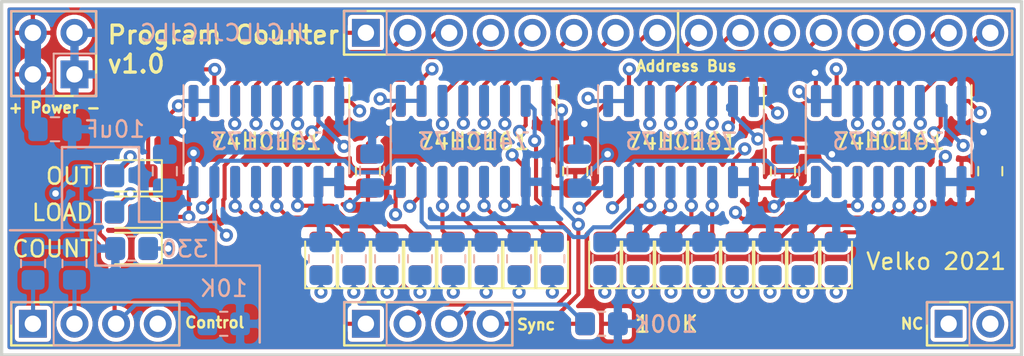
<source format=kicad_pcb>
(kicad_pcb (version 20171130) (host pcbnew "(5.1.9)-1")
  (layers (0 F.Cu mixed) (1 In1.Cu signal) (2 In2.Cu signal) (31 B.Cu mixed) (34 B.Paste user hide) (35 F.Paste user hide) (36 B.SilkS user hide) (37 F.SilkS user) (38 B.Mask user hide) (39 F.Mask user hide) (44 Edge.Cuts user))
  (net 0 "")
  (net 1 Q0)
  (net 2 "Net-(D1-Pad1)")
  (net 3 Q1)
  (net 4 "Net-(D2-Pad1)")
  (net 5 Q2)
  (net 6 "Net-(D3-Pad1)")
  (net 7 Q3)
  (net 8 "Net-(D4-Pad1)")
  (net 9 Q4)
  (net 10 "Net-(D5-Pad1)")
  (net 11 Q5)
  (net 12 "Net-(D6-Pad1)")
  (net 13 Q6)
  (net 14 "Net-(D7-Pad1)")
  (net 15 Q7)
  (net 16 "Net-(D8-Pad1)")
  (net 17 Q8)
  (net 18 "Net-(D9-Pad1)")
  (net 19 Q9)
  (net 20 "Net-(D10-Pad1)")
  (net 21 Q10)
  (net 22 "Net-(D11-Pad1)")
  (net 23 Q11)
  (net 24 "Net-(D12-Pad1)")
  (net 25 Q12)
  (net 26 "Net-(D13-Pad1)")
  (net 27 Q13)
  (net 28 "Net-(D14-Pad1)")
  (net 29 Q14)
  (net 30 "Net-(D15-Pad1)")
  (net 31 Q15)
  (net 32 "Net-(D16-Pad1)")
  (net 33 AOUT)
  (net 34 LOAD)
  (net 35 UP)
  (net 36 RST)
  (net 37 ICLK)
  (net 38 CLK)
  (net 39 ABUS0)
  (net 40 ABUS1)
  (net 41 ABUS2)
  (net 42 ABUS3)
  (net 43 ABUS4)
  (net 44 ABUS5)
  (net 45 ABUS6)
  (net 46 ABUS7)
  (net 47 ABUS8)
  (net 48 ABUS9)
  (net 49 ABUS10)
  (net 50 ABUS11)
  (net 51 ABUS12)
  (net 52 ABUS13)
  (net 53 ABUS14)
  (net 54 ABUS15)
  (net 55 GND)
  (net 56 VCC)
  (net 57 "Net-(U1-Pad15)")
  (net 58 ~RST~)
  (net 59 "Net-(U5-Pad15)")
  (net 60 "Net-(U7-Pad15)")
  (net 61 "Net-(D17-Pad2)")
  (net 62 "Net-(D18-Pad2)")
  (net 63 "Net-(D19-Pad1)")
  (module Resistor_SMD:R_0805_2012Metric_Pad1.20x1.40mm_HandSolder (layer B.Cu) (at 71.5264 55.88 180)
    (fp_text reference R24)
    (fp_text value 100K (at -3.9116 -0.0254) (layer B.SilkS) (effects (justify mirror)))
    (pad 2 smd roundrect (at 1 0 180) (size 1.2 1.4) (layers B.Cu B.Paste B.Mask) (roundrect_rratio 0.2083325) (net 36 RST))
    (pad 1 smd roundrect (at -1 0 180) (size 1.2 1.4) (layers B.Cu B.Paste B.Mask) (roundrect_rratio 0.2083325) (net 55 GND))
  )
  (module Resistor_SMD:R_0805_2012Metric_Pad1.20x1.40mm_HandSolder (layer F.Cu) (at 71.5264 55.88 180)
    (fp_text reference R23)
    (fp_text value 100K (at -3.9624 -0.0254) (layer F.SilkS))
    (pad 2 smd roundrect (at 1 0 180) (size 1.2 1.4) (layers F.Cu F.Paste F.Mask) (roundrect_rratio 0.2083325) (net 58 ~RST~))
    (pad 1 smd roundrect (at -1 0 180) (size 1.2 1.4) (layers F.Cu F.Paste F.Mask) (roundrect_rratio 0.2083325) (net 56 VCC))
  )
  (module Resistor_SMD:R_0805_2012Metric_Pad1.20x1.40mm_HandSolder (layer B.Cu) (at 48.4759 55.88)
    (fp_text reference R22)
    (fp_text value 10K (at 0 -2.159) (layer B.SilkS) (effects (justify mirror)))
    (pad 2 smd roundrect (at 1 0) (size 1.2 1.4) (layers B.Cu B.Paste B.Mask) (roundrect_rratio 0.2083325) (net 55 GND))
    (pad 1 smd roundrect (at -1 0) (size 1.2 1.4) (layers B.Cu B.Paste B.Mask) (roundrect_rratio 0.2083325) (net 35 UP))
  )
  (module Resistor_SMD:R_0805_2012Metric_Pad1.20x1.40mm_HandSolder (layer B.Cu) (at 42.8658 51.2826)
    (fp_text reference R21)
    (fp_text value 330 (at 3.2352 0.0254) (layer B.SilkS) (effects (justify mirror)))
    (pad 2 smd roundrect (at 1 0) (size 1.2 1.4) (layers B.Cu B.Paste B.Mask) (roundrect_rratio 0.2083325) (net 63 "Net-(D19-Pad1)"))
    (pad 1 smd roundrect (at -1 0) (size 1.2 1.4) (layers B.Cu B.Paste B.Mask) (roundrect_rratio 0.2083325) (net 55 GND))
  )
  (module Resistor_SMD:R_0805_2012Metric_Pad1.20x1.40mm_HandSolder (layer B.Cu) (at 39.37 52.197 90)
    (fp_text reference R20)
    (fp_text value 10K)
    (pad 2 smd roundrect (at 1 0 90) (size 1.2 1.4) (layers B.Cu B.Paste B.Mask) (roundrect_rratio 0.2083325) (net 56 VCC))
    (pad 1 smd roundrect (at -1 0 90) (size 1.2 1.4) (layers B.Cu B.Paste B.Mask) (roundrect_rratio 0.2083325) (net 34 LOAD))
  )
  (module Resistor_SMD:R_0805_2012Metric_Pad1.20x1.40mm_HandSolder (layer B.Cu) (at 40.8084 49.0474)
    (fp_text reference R19)
    (fp_text value 330)
    (pad 2 smd roundrect (at 1 0) (size 1.2 1.4) (layers B.Cu B.Paste B.Mask) (roundrect_rratio 0.2083325) (net 62 "Net-(D18-Pad2)"))
    (pad 1 smd roundrect (at -1 0) (size 1.2 1.4) (layers B.Cu B.Paste B.Mask) (roundrect_rratio 0.2083325) (net 56 VCC))
  )
  (module Resistor_SMD:R_0805_2012Metric_Pad1.20x1.40mm_HandSolder (layer B.Cu) (at 36.8427 52.197 90)
    (fp_text reference R18)
    (fp_text value 10K)
    (pad 2 smd roundrect (at 1 0 90) (size 1.2 1.4) (layers B.Cu B.Paste B.Mask) (roundrect_rratio 0.2083325) (net 56 VCC))
    (pad 1 smd roundrect (at -1 0 90) (size 1.2 1.4) (layers B.Cu B.Paste B.Mask) (roundrect_rratio 0.2083325) (net 33 AOUT))
  )
  (module Resistor_SMD:R_0805_2012Metric_Pad1.20x1.40mm_HandSolder (layer B.Cu) (at 40.8084 46.8376)
    (fp_text reference R17)
    (fp_text value 330)
    (pad 2 smd roundrect (at 1 0) (size 1.2 1.4) (layers B.Cu B.Paste B.Mask) (roundrect_rratio 0.2083325) (net 61 "Net-(D17-Pad2)"))
    (pad 1 smd roundrect (at -1 0) (size 1.2 1.4) (layers B.Cu B.Paste B.Mask) (roundrect_rratio 0.2083325) (net 56 VCC))
  )
  (module LED_SMD:LED_0805_2012Metric_Pad1.15x1.40mm_HandSolder (layer F.Cu) (at 42.8408 51.2826 180)
    (fp_text reference D19)
    (fp_text value COUNT (at 4.8096 -0.0254) (layer F.SilkS))
    (pad 2 smd roundrect (at 1.025 0 180) (size 1.15 1.4) (layers F.Cu F.Paste F.Mask) (roundrect_rratio 0.2173904347826087) (net 35 UP))
    (pad 1 smd roundrect (at -1.025 0 180) (size 1.15 1.4) (layers F.Cu F.Paste F.Mask) (roundrect_rratio 0.2173904347826087) (net 63 "Net-(D19-Pad1)"))
  )
  (module LED_SMD:LED_0805_2012Metric_Pad1.15x1.40mm_HandSolder (layer F.Cu) (at 42.8408 49.0601 180)
    (fp_text reference D18)
    (fp_text value LOAD (at 4.214362 -0.0254) (layer F.SilkS))
    (pad 2 smd roundrect (at 1.025 0 180) (size 1.15 1.4) (layers F.Cu F.Paste F.Mask) (roundrect_rratio 0.2173904347826087) (net 62 "Net-(D18-Pad2)"))
    (pad 1 smd roundrect (at -1.025 0 180) (size 1.15 1.4) (layers F.Cu F.Paste F.Mask) (roundrect_rratio 0.2173904347826087) (net 34 LOAD))
  )
  (module LED_SMD:LED_0805_2012Metric_Pad1.15x1.40mm_HandSolder (layer F.Cu) (at 42.8408 46.8376 180)
    (fp_text reference D17)
    (fp_text value OUT (at 3.785791 -0.0254) (layer F.SilkS))
    (pad 2 smd roundrect (at 1.025 0 180) (size 1.15 1.4) (layers F.Cu F.Paste F.Mask) (roundrect_rratio 0.2173904347826087) (net 61 "Net-(D17-Pad2)"))
    (pad 1 smd roundrect (at -1.025 0 180) (size 1.15 1.4) (layers F.Cu F.Paste F.Mask) (roundrect_rratio 0.2173904347826087) (net 33 AOUT))
  )
  (module Capacitor_SMD:C_0805_2012Metric_Pad1.18x1.45mm_HandSolder (layer B.Cu) (at 38.1801 43.9928)
    (fp_text reference C9)
    (fp_text value 10uF (at 3.6537 0) (layer B.SilkS) (effects (justify mirror)))
    (pad 2 smd roundrect (at 1.0375 0) (size 1.175 1.45) (layers B.Cu B.Paste B.Mask) (roundrect_rratio 0.2127659574468085) (net 55 GND))
    (pad 1 smd roundrect (at -1.0375 0) (size 1.175 1.45) (layers B.Cu B.Paste B.Mask) (roundrect_rratio 0.2127659574468085) (net 56 VCC))
  )
  (module Capacitor_SMD:C_0805_2012Metric_Pad1.18x1.45mm_HandSolder (layer B.Cu) (at 70.1802 46.5543 90)
    (fp_text reference C8)
    (fp_text value 100nF)
    (pad 2 smd roundrect (at 1.0375 0 90) (size 1.175 1.45) (layers B.Cu B.Paste B.Mask) (roundrect_rratio 0.2127659574468085) (net 55 GND))
    (pad 1 smd roundrect (at -1.0375 0 90) (size 1.175 1.45) (layers B.Cu B.Paste B.Mask) (roundrect_rratio 0.2127659574468085) (net 56 VCC))
  )
  (module Capacitor_SMD:C_0805_2012Metric_Pad1.18x1.45mm_HandSolder (layer B.Cu) (at 82.8548 46.5543 90)
    (fp_text reference C7)
    (fp_text value 100nF)
    (pad 2 smd roundrect (at 1.0375 0 90) (size 1.175 1.45) (layers B.Cu B.Paste B.Mask) (roundrect_rratio 0.2127659574468085) (net 55 GND))
    (pad 1 smd roundrect (at -1.0375 0 90) (size 1.175 1.45) (layers B.Cu B.Paste B.Mask) (roundrect_rratio 0.2127659574468085) (net 56 VCC))
  )
  (module Capacitor_SMD:C_0805_2012Metric_Pad1.18x1.45mm_HandSolder (layer B.Cu) (at 57.531 46.5367 90)
    (fp_text reference C6)
    (fp_text value 100nF)
    (pad 2 smd roundrect (at 1.0375 0 90) (size 1.175 1.45) (layers B.Cu B.Paste B.Mask) (roundrect_rratio 0.2127659574468085) (net 55 GND))
    (pad 1 smd roundrect (at -1.0375 0 90) (size 1.175 1.45) (layers B.Cu B.Paste B.Mask) (roundrect_rratio 0.2127659574468085) (net 56 VCC))
  )
  (module Capacitor_SMD:C_0805_2012Metric_Pad1.18x1.45mm_HandSolder (layer B.Cu) (at 44.8818 46.5543 90)
    (fp_text reference C5)
    (fp_text value 100nF)
    (pad 2 smd roundrect (at 1.0375 0 90) (size 1.175 1.45) (layers B.Cu B.Paste B.Mask) (roundrect_rratio 0.2127659574468085) (net 55 GND))
    (pad 1 smd roundrect (at -1.0375 0 90) (size 1.175 1.45) (layers B.Cu B.Paste B.Mask) (roundrect_rratio 0.2127659574468085) (net 56 VCC))
  )
  (module Capacitor_SMD:C_0805_2012Metric_Pad1.18x1.45mm_HandSolder (layer F.Cu) (at 57.277 46.5582 90)
    (fp_text reference C4)
    (fp_text value 100nF)
    (pad 2 smd roundrect (at 1.0375 0 90) (size 1.175 1.45) (layers F.Cu F.Paste F.Mask) (roundrect_rratio 0.2127659574468085) (net 55 GND))
    (pad 1 smd roundrect (at -1.0375 0 90) (size 1.175 1.45) (layers F.Cu F.Paste F.Mask) (roundrect_rratio 0.2127659574468085) (net 56 VCC))
  )
  (module Capacitor_SMD:C_0805_2012Metric_Pad1.18x1.45mm_HandSolder (layer F.Cu) (at 69.9262 46.5543 90)
    (fp_text reference C3)
    (fp_text value 100nF)
    (pad 2 smd roundrect (at 1.0375 0 90) (size 1.175 1.45) (layers F.Cu F.Paste F.Mask) (roundrect_rratio 0.2127659574468085) (net 55 GND))
    (pad 1 smd roundrect (at -1.0375 0 90) (size 1.175 1.45) (layers F.Cu F.Paste F.Mask) (roundrect_rratio 0.2127659574468085) (net 56 VCC))
  )
  (module Capacitor_SMD:C_0805_2012Metric_Pad1.18x1.45mm_HandSolder (layer F.Cu) (at 82.6008 46.5582 90)
    (fp_text reference C2)
    (fp_text value 100nF)
    (pad 2 smd roundrect (at 1.0375 0 90) (size 1.175 1.45) (layers F.Cu F.Paste F.Mask) (roundrect_rratio 0.2127659574468085) (net 55 GND))
    (pad 1 smd roundrect (at -1.0375 0 90) (size 1.175 1.45) (layers F.Cu F.Paste F.Mask) (roundrect_rratio 0.2127659574468085) (net 56 VCC))
  )
  (module Capacitor_SMD:C_0805_2012Metric_Pad1.18x1.45mm_HandSolder (layer F.Cu) (at 95.25 46.5543 90)
    (fp_text reference C1)
    (fp_text value 100nF)
    (pad 2 smd roundrect (at 1.0375 0 90) (size 1.175 1.45) (layers F.Cu F.Paste F.Mask) (roundrect_rratio 0.2127659574468085) (net 55 GND))
    (pad 1 smd roundrect (at -1.0375 0 90) (size 1.175 1.45) (layers F.Cu F.Paste F.Mask) (roundrect_rratio 0.2127659574468085) (net 56 VCC))
  )
  (module Resistor_SMD:R_0805_2012Metric_Pad1.20x1.40mm_HandSolder (layer B.Cu) (at 54.4068 51.9082 270)
    (fp_text reference R16)
    (fp_text value 330)
    (pad 2 smd roundrect (at 1 0 270) (size 1.2 1.4) (layers B.Cu B.Paste B.Mask) (roundrect_rratio 0.2083325) (net 32 "Net-(D16-Pad1)"))
    (pad 1 smd roundrect (at -1 0 270) (size 1.2 1.4) (layers B.Cu B.Paste B.Mask) (roundrect_rratio 0.2083325) (net 55 GND))
  )
  (module Resistor_SMD:R_0805_2012Metric_Pad1.20x1.40mm_HandSolder (layer B.Cu) (at 56.4134 51.9082 270)
    (fp_text reference R15)
    (fp_text value 330)
    (pad 2 smd roundrect (at 1 0 270) (size 1.2 1.4) (layers B.Cu B.Paste B.Mask) (roundrect_rratio 0.2083325) (net 30 "Net-(D15-Pad1)"))
    (pad 1 smd roundrect (at -1 0 270) (size 1.2 1.4) (layers B.Cu B.Paste B.Mask) (roundrect_rratio 0.2083325) (net 55 GND))
  )
  (module Resistor_SMD:R_0805_2012Metric_Pad1.20x1.40mm_HandSolder (layer B.Cu) (at 58.4454 51.9082 270)
    (fp_text reference R14)
    (fp_text value 330)
    (pad 2 smd roundrect (at 1 0 270) (size 1.2 1.4) (layers B.Cu B.Paste B.Mask) (roundrect_rratio 0.2083325) (net 28 "Net-(D14-Pad1)"))
    (pad 1 smd roundrect (at -1 0 270) (size 1.2 1.4) (layers B.Cu B.Paste B.Mask) (roundrect_rratio 0.2083325) (net 55 GND))
  )
  (module Resistor_SMD:R_0805_2012Metric_Pad1.20x1.40mm_HandSolder (layer B.Cu) (at 60.452 51.9082 270)
    (fp_text reference R13)
    (fp_text value 330)
    (pad 2 smd roundrect (at 1 0 270) (size 1.2 1.4) (layers B.Cu B.Paste B.Mask) (roundrect_rratio 0.2083325) (net 26 "Net-(D13-Pad1)"))
    (pad 1 smd roundrect (at -1 0 270) (size 1.2 1.4) (layers B.Cu B.Paste B.Mask) (roundrect_rratio 0.2083325) (net 55 GND))
  )
  (module Resistor_SMD:R_0805_2012Metric_Pad1.20x1.40mm_HandSolder (layer B.Cu) (at 62.484 51.9082 270)
    (fp_text reference R12)
    (fp_text value 330)
    (pad 2 smd roundrect (at 1 0 270) (size 1.2 1.4) (layers B.Cu B.Paste B.Mask) (roundrect_rratio 0.2083325) (net 24 "Net-(D12-Pad1)"))
    (pad 1 smd roundrect (at -1 0 270) (size 1.2 1.4) (layers B.Cu B.Paste B.Mask) (roundrect_rratio 0.2083325) (net 55 GND))
  )
  (module Resistor_SMD:R_0805_2012Metric_Pad1.20x1.40mm_HandSolder (layer B.Cu) (at 64.4906 51.9082 270)
    (fp_text reference R11)
    (fp_text value 330)
    (pad 2 smd roundrect (at 1 0 270) (size 1.2 1.4) (layers B.Cu B.Paste B.Mask) (roundrect_rratio 0.2083325) (net 22 "Net-(D11-Pad1)"))
    (pad 1 smd roundrect (at -1 0 270) (size 1.2 1.4) (layers B.Cu B.Paste B.Mask) (roundrect_rratio 0.2083325) (net 55 GND))
  )
  (module Resistor_SMD:R_0805_2012Metric_Pad1.20x1.40mm_HandSolder (layer B.Cu) (at 66.4972 51.9082 270)
    (fp_text reference R10)
    (fp_text value 330)
    (pad 2 smd roundrect (at 1 0 270) (size 1.2 1.4) (layers B.Cu B.Paste B.Mask) (roundrect_rratio 0.2083325) (net 20 "Net-(D10-Pad1)"))
    (pad 1 smd roundrect (at -1 0 270) (size 1.2 1.4) (layers B.Cu B.Paste B.Mask) (roundrect_rratio 0.2083325) (net 55 GND))
  )
  (module Resistor_SMD:R_0805_2012Metric_Pad1.20x1.40mm_HandSolder (layer B.Cu) (at 68.5292 51.9082 270)
    (fp_text reference R9)
    (fp_text value 330)
    (pad 2 smd roundrect (at 1 0 270) (size 1.2 1.4) (layers B.Cu B.Paste B.Mask) (roundrect_rratio 0.2083325) (net 18 "Net-(D9-Pad1)"))
    (pad 1 smd roundrect (at -1 0 270) (size 1.2 1.4) (layers B.Cu B.Paste B.Mask) (roundrect_rratio 0.2083325) (net 55 GND))
  )
  (module Resistor_SMD:R_0805_2012Metric_Pad1.20x1.40mm_HandSolder (layer B.Cu) (at 71.7296 51.9082 270)
    (fp_text reference R8)
    (fp_text value 330)
    (pad 2 smd roundrect (at 1 0 270) (size 1.2 1.4) (layers B.Cu B.Paste B.Mask) (roundrect_rratio 0.2083325) (net 16 "Net-(D8-Pad1)"))
    (pad 1 smd roundrect (at -1 0 270) (size 1.2 1.4) (layers B.Cu B.Paste B.Mask) (roundrect_rratio 0.2083325) (net 55 GND))
  )
  (module Resistor_SMD:R_0805_2012Metric_Pad1.20x1.40mm_HandSolder (layer B.Cu) (at 73.7616 51.9082 270)
    (fp_text reference R7)
    (fp_text value 330)
    (pad 2 smd roundrect (at 1 0 270) (size 1.2 1.4) (layers B.Cu B.Paste B.Mask) (roundrect_rratio 0.2083325) (net 14 "Net-(D7-Pad1)"))
    (pad 1 smd roundrect (at -1 0 270) (size 1.2 1.4) (layers B.Cu B.Paste B.Mask) (roundrect_rratio 0.2083325) (net 55 GND))
  )
  (module Resistor_SMD:R_0805_2012Metric_Pad1.20x1.40mm_HandSolder (layer B.Cu) (at 75.7682 51.9082 270)
    (fp_text reference R6)
    (fp_text value 330)
    (pad 2 smd roundrect (at 1 0 270) (size 1.2 1.4) (layers B.Cu B.Paste B.Mask) (roundrect_rratio 0.2083325) (net 12 "Net-(D6-Pad1)"))
    (pad 1 smd roundrect (at -1 0 270) (size 1.2 1.4) (layers B.Cu B.Paste B.Mask) (roundrect_rratio 0.2083325) (net 55 GND))
  )
  (module Resistor_SMD:R_0805_2012Metric_Pad1.20x1.40mm_HandSolder (layer B.Cu) (at 77.7748 51.9082 270)
    (fp_text reference R5)
    (fp_text value 330)
    (pad 2 smd roundrect (at 1 0 270) (size 1.2 1.4) (layers B.Cu B.Paste B.Mask) (roundrect_rratio 0.2083325) (net 10 "Net-(D5-Pad1)"))
    (pad 1 smd roundrect (at -1 0 270) (size 1.2 1.4) (layers B.Cu B.Paste B.Mask) (roundrect_rratio 0.2083325) (net 55 GND))
  )
  (module Resistor_SMD:R_0805_2012Metric_Pad1.20x1.40mm_HandSolder (layer B.Cu) (at 79.8068 51.9082 270)
    (fp_text reference R4)
    (fp_text value 330)
    (pad 2 smd roundrect (at 1 0 270) (size 1.2 1.4) (layers B.Cu B.Paste B.Mask) (roundrect_rratio 0.2083325) (net 8 "Net-(D4-Pad1)"))
    (pad 1 smd roundrect (at -1 0 270) (size 1.2 1.4) (layers B.Cu B.Paste B.Mask) (roundrect_rratio 0.2083325) (net 55 GND))
  )
  (module Resistor_SMD:R_0805_2012Metric_Pad1.20x1.40mm_HandSolder (layer B.Cu) (at 81.8134 51.9082 270)
    (fp_text reference R3)
    (fp_text value 330)
    (pad 2 smd roundrect (at 1 0 270) (size 1.2 1.4) (layers B.Cu B.Paste B.Mask) (roundrect_rratio 0.2083325) (net 6 "Net-(D3-Pad1)"))
    (pad 1 smd roundrect (at -1 0 270) (size 1.2 1.4) (layers B.Cu B.Paste B.Mask) (roundrect_rratio 0.2083325) (net 55 GND))
  )
  (module Resistor_SMD:R_0805_2012Metric_Pad1.20x1.40mm_HandSolder (layer B.Cu) (at 83.82 51.9082 270)
    (fp_text reference R2)
    (fp_text value 330)
    (pad 2 smd roundrect (at 1 0 270) (size 1.2 1.4) (layers B.Cu B.Paste B.Mask) (roundrect_rratio 0.2083325) (net 4 "Net-(D2-Pad1)"))
    (pad 1 smd roundrect (at -1 0 270) (size 1.2 1.4) (layers B.Cu B.Paste B.Mask) (roundrect_rratio 0.2083325) (net 55 GND))
  )
  (module Resistor_SMD:R_0805_2012Metric_Pad1.20x1.40mm_HandSolder (layer B.Cu) (at 85.852 51.9082 270)
    (fp_text reference R1)
    (fp_text value 330)
    (pad 2 smd roundrect (at 1 0 270) (size 1.2 1.4) (layers B.Cu B.Paste B.Mask) (roundrect_rratio 0.2083325) (net 2 "Net-(D1-Pad1)"))
    (pad 1 smd roundrect (at -1 0 270) (size 1.2 1.4) (layers B.Cu B.Paste B.Mask) (roundrect_rratio 0.2083325) (net 55 GND))
  )
  (module Package_SO:SOIC-16_3.9x9.9mm_P1.27mm (layer B.Cu) (at 51.0794 44.7406 270)
    (fp_text reference U10)
    (fp_text value 74HC173 (at 0 -0.0381) (layer B.SilkS) (effects (justify mirror)))
    (pad 16 smd roundrect (at 2.475 4.445 270) (size 1.95 0.6) (layers B.Cu B.Paste B.Mask) (net 56 VCC))
    (pad 15 smd roundrect (at 2.475 3.175 270) (size 1.95 0.6) (layers B.Cu B.Paste B.Mask) (net 36 RST))
    (pad 14 smd roundrect (at 2.475 1.905 270) (size 1.95 0.6) (layers B.Cu B.Paste B.Mask) (net 31 Q15))
    (pad 13 smd roundrect (at 2.475 0.635 270) (size 1.95 0.6) (layers B.Cu B.Paste B.Mask) (net 29 Q14))
    (pad 12 smd roundrect (at 2.475 -0.635 270) (size 1.95 0.6) (layers B.Cu B.Paste B.Mask) (net 27 Q13))
    (pad 11 smd roundrect (at 2.475 -1.905 270) (size 1.95 0.6) (layers B.Cu B.Paste B.Mask) (net 25 Q12))
    (pad 10 smd roundrect (at 2.475 -3.175 270) (size 1.95 0.6) (layers B.Cu B.Paste B.Mask) (net 55 GND))
    (pad 9 smd roundrect (at 2.475 -4.445 270) (size 1.95 0.6) (layers B.Cu B.Paste B.Mask) (net 55 GND))
    (pad 8 smd roundrect (at -2.475 -4.445 270) (size 1.95 0.6) (layers B.Cu B.Paste B.Mask) (net 55 GND))
    (pad 7 smd roundrect (at -2.475 -3.175 270) (size 1.95 0.6) (layers B.Cu B.Paste B.Mask) (net 37 ICLK))
    (pad 6 smd roundrect (at -2.475 -1.905 270) (size 1.95 0.6) (layers B.Cu B.Paste B.Mask) (net 51 ABUS12))
    (pad 5 smd roundrect (at -2.475 -0.635 270) (size 1.95 0.6) (layers B.Cu B.Paste B.Mask) (net 52 ABUS13))
    (pad 4 smd roundrect (at -2.475 0.635 270) (size 1.95 0.6) (layers B.Cu B.Paste B.Mask) (net 53 ABUS14))
    (pad 3 smd roundrect (at -2.475 1.905 270) (size 1.95 0.6) (layers B.Cu B.Paste B.Mask) (net 54 ABUS15))
    (pad 2 smd roundrect (at -2.475 3.175 270) (size 1.95 0.6) (layers B.Cu B.Paste B.Mask) (net 33 AOUT))
    (pad 1 smd roundrect (at -2.475 4.445 270) (size 1.95 0.6) (layers B.Cu B.Paste B.Mask) (net 33 AOUT))
  )
  (module Package_SO:SOIC-16_3.9x9.9mm_P1.27mm (layer F.Cu) (at 51.0794 44.7406 270)
    (fp_text reference U9)
    (fp_text value 74HC161 (at 0 0.0254 180) (layer F.SilkS))
    (pad 16 smd roundrect (at 2.475 -4.445 270) (size 1.95 0.6) (layers F.Cu F.Paste F.Mask) (net 56 VCC))
    (pad 15 smd roundrect (at 2.475 -3.175 270) (size 1.95 0.6) (layers F.Cu F.Paste F.Mask))
    (pad 14 smd roundrect (at 2.475 -1.905 270) (size 1.95 0.6) (layers F.Cu F.Paste F.Mask) (net 25 Q12))
    (pad 13 smd roundrect (at 2.475 -0.635 270) (size 1.95 0.6) (layers F.Cu F.Paste F.Mask) (net 27 Q13))
    (pad 12 smd roundrect (at 2.475 0.635 270) (size 1.95 0.6) (layers F.Cu F.Paste F.Mask) (net 29 Q14))
    (pad 11 smd roundrect (at 2.475 1.905 270) (size 1.95 0.6) (layers F.Cu F.Paste F.Mask) (net 31 Q15))
    (pad 10 smd roundrect (at 2.475 3.175 270) (size 1.95 0.6) (layers F.Cu F.Paste F.Mask) (net 60 "Net-(U7-Pad15)"))
    (pad 9 smd roundrect (at 2.475 4.445 270) (size 1.95 0.6) (layers F.Cu F.Paste F.Mask) (net 34 LOAD))
    (pad 8 smd roundrect (at -2.475 4.445 270) (size 1.95 0.6) (layers F.Cu F.Paste F.Mask) (net 55 GND))
    (pad 7 smd roundrect (at -2.475 3.175 270) (size 1.95 0.6) (layers F.Cu F.Paste F.Mask) (net 35 UP))
    (pad 6 smd roundrect (at -2.475 1.905 270) (size 1.95 0.6) (layers F.Cu F.Paste F.Mask) (net 54 ABUS15))
    (pad 5 smd roundrect (at -2.475 0.635 270) (size 1.95 0.6) (layers F.Cu F.Paste F.Mask) (net 53 ABUS14))
    (pad 4 smd roundrect (at -2.475 -0.635 270) (size 1.95 0.6) (layers F.Cu F.Paste F.Mask) (net 52 ABUS13))
    (pad 3 smd roundrect (at -2.475 -1.905 270) (size 1.95 0.6) (layers F.Cu F.Paste F.Mask) (net 51 ABUS12))
    (pad 2 smd roundrect (at -2.475 -3.175 270) (size 1.95 0.6) (layers F.Cu F.Paste F.Mask) (net 38 CLK))
    (pad 1 smd roundrect (at -2.475 -4.445 270) (size 1.95 0.6) (layers F.Cu F.Paste F.Mask) (net 58 ~RST~))
  )
  (module Package_SO:SOIC-16_3.9x9.9mm_P1.27mm (layer B.Cu) (at 63.7286 44.7294 270)
    (fp_text reference U8)
    (fp_text value 74HC173 (at 0 -0.0254 180) (layer B.SilkS) (effects (justify mirror)))
    (pad 16 smd roundrect (at 2.475 4.445 270) (size 1.95 0.6) (layers B.Cu B.Paste B.Mask) (net 56 VCC))
    (pad 15 smd roundrect (at 2.475 3.175 270) (size 1.95 0.6) (layers B.Cu B.Paste B.Mask) (net 36 RST))
    (pad 14 smd roundrect (at 2.475 1.905 270) (size 1.95 0.6) (layers B.Cu B.Paste B.Mask) (net 23 Q11))
    (pad 13 smd roundrect (at 2.475 0.635 270) (size 1.95 0.6) (layers B.Cu B.Paste B.Mask) (net 21 Q10))
    (pad 12 smd roundrect (at 2.475 -0.635 270) (size 1.95 0.6) (layers B.Cu B.Paste B.Mask) (net 19 Q9))
    (pad 11 smd roundrect (at 2.475 -1.905 270) (size 1.95 0.6) (layers B.Cu B.Paste B.Mask) (net 17 Q8))
    (pad 10 smd roundrect (at 2.475 -3.175 270) (size 1.95 0.6) (layers B.Cu B.Paste B.Mask) (net 55 GND))
    (pad 9 smd roundrect (at 2.475 -4.445 270) (size 1.95 0.6) (layers B.Cu B.Paste B.Mask) (net 55 GND))
    (pad 8 smd roundrect (at -2.475 -4.445 270) (size 1.95 0.6) (layers B.Cu B.Paste B.Mask) (net 55 GND))
    (pad 7 smd roundrect (at -2.475 -3.175 270) (size 1.95 0.6) (layers B.Cu B.Paste B.Mask) (net 37 ICLK))
    (pad 6 smd roundrect (at -2.475 -1.905 270) (size 1.95 0.6) (layers B.Cu B.Paste B.Mask) (net 47 ABUS8))
    (pad 5 smd roundrect (at -2.475 -0.635 270) (size 1.95 0.6) (layers B.Cu B.Paste B.Mask) (net 48 ABUS9))
    (pad 4 smd roundrect (at -2.475 0.635 270) (size 1.95 0.6) (layers B.Cu B.Paste B.Mask) (net 49 ABUS10))
    (pad 3 smd roundrect (at -2.475 1.905 270) (size 1.95 0.6) (layers B.Cu B.Paste B.Mask) (net 50 ABUS11))
    (pad 2 smd roundrect (at -2.475 3.175 270) (size 1.95 0.6) (layers B.Cu B.Paste B.Mask) (net 33 AOUT))
    (pad 1 smd roundrect (at -2.475 4.445 270) (size 1.95 0.6) (layers B.Cu B.Paste B.Mask) (net 33 AOUT))
  )
  (module Package_SO:SOIC-16_3.9x9.9mm_P1.27mm (layer F.Cu) (at 63.7286 44.7406 270)
    (fp_text reference U7)
    (fp_text value 74HC161 (at 0 0 180) (layer F.SilkS))
    (pad 16 smd roundrect (at 2.475 -4.445 270) (size 1.95 0.6) (layers F.Cu F.Paste F.Mask) (net 56 VCC))
    (pad 15 smd roundrect (at 2.475 -3.175 270) (size 1.95 0.6) (layers F.Cu F.Paste F.Mask) (net 60 "Net-(U7-Pad15)"))
    (pad 14 smd roundrect (at 2.475 -1.905 270) (size 1.95 0.6) (layers F.Cu F.Paste F.Mask) (net 17 Q8))
    (pad 13 smd roundrect (at 2.475 -0.635 270) (size 1.95 0.6) (layers F.Cu F.Paste F.Mask) (net 19 Q9))
    (pad 12 smd roundrect (at 2.475 0.635 270) (size 1.95 0.6) (layers F.Cu F.Paste F.Mask) (net 21 Q10))
    (pad 11 smd roundrect (at 2.475 1.905 270) (size 1.95 0.6) (layers F.Cu F.Paste F.Mask) (net 23 Q11))
    (pad 10 smd roundrect (at 2.475 3.175 270) (size 1.95 0.6) (layers F.Cu F.Paste F.Mask) (net 59 "Net-(U5-Pad15)"))
    (pad 9 smd roundrect (at 2.475 4.445 270) (size 1.95 0.6) (layers F.Cu F.Paste F.Mask) (net 34 LOAD))
    (pad 8 smd roundrect (at -2.475 4.445 270) (size 1.95 0.6) (layers F.Cu F.Paste F.Mask) (net 55 GND))
    (pad 7 smd roundrect (at -2.475 3.175 270) (size 1.95 0.6) (layers F.Cu F.Paste F.Mask) (net 35 UP))
    (pad 6 smd roundrect (at -2.475 1.905 270) (size 1.95 0.6) (layers F.Cu F.Paste F.Mask) (net 50 ABUS11))
    (pad 5 smd roundrect (at -2.475 0.635 270) (size 1.95 0.6) (layers F.Cu F.Paste F.Mask) (net 49 ABUS10))
    (pad 4 smd roundrect (at -2.475 -0.635 270) (size 1.95 0.6) (layers F.Cu F.Paste F.Mask) (net 48 ABUS9))
    (pad 3 smd roundrect (at -2.475 -1.905 270) (size 1.95 0.6) (layers F.Cu F.Paste F.Mask) (net 47 ABUS8))
    (pad 2 smd roundrect (at -2.475 -3.175 270) (size 1.95 0.6) (layers F.Cu F.Paste F.Mask) (net 38 CLK))
    (pad 1 smd roundrect (at -2.475 -4.445 270) (size 1.95 0.6) (layers F.Cu F.Paste F.Mask) (net 58 ~RST~))
  )
  (module Package_SO:SOIC-16_3.9x9.9mm_P1.27mm (layer B.Cu) (at 76.3778 44.7436 270)
    (fp_text reference U6)
    (fp_text value 74HC173 (at 0 -0.0127 180) (layer B.SilkS) (effects (justify mirror)))
    (pad 16 smd roundrect (at 2.475 4.445 270) (size 1.95 0.6) (layers B.Cu B.Paste B.Mask) (net 56 VCC))
    (pad 15 smd roundrect (at 2.475 3.175 270) (size 1.95 0.6) (layers B.Cu B.Paste B.Mask) (net 36 RST))
    (pad 14 smd roundrect (at 2.475 1.905 270) (size 1.95 0.6) (layers B.Cu B.Paste B.Mask) (net 15 Q7))
    (pad 13 smd roundrect (at 2.475 0.635 270) (size 1.95 0.6) (layers B.Cu B.Paste B.Mask) (net 13 Q6))
    (pad 12 smd roundrect (at 2.475 -0.635 270) (size 1.95 0.6) (layers B.Cu B.Paste B.Mask) (net 11 Q5))
    (pad 11 smd roundrect (at 2.475 -1.905 270) (size 1.95 0.6) (layers B.Cu B.Paste B.Mask) (net 9 Q4))
    (pad 10 smd roundrect (at 2.475 -3.175 270) (size 1.95 0.6) (layers B.Cu B.Paste B.Mask) (net 55 GND))
    (pad 9 smd roundrect (at 2.475 -4.445 270) (size 1.95 0.6) (layers B.Cu B.Paste B.Mask) (net 55 GND))
    (pad 8 smd roundrect (at -2.475 -4.445 270) (size 1.95 0.6) (layers B.Cu B.Paste B.Mask) (net 55 GND))
    (pad 7 smd roundrect (at -2.475 -3.175 270) (size 1.95 0.6) (layers B.Cu B.Paste B.Mask) (net 37 ICLK))
    (pad 6 smd roundrect (at -2.475 -1.905 270) (size 1.95 0.6) (layers B.Cu B.Paste B.Mask) (net 43 ABUS4))
    (pad 5 smd roundrect (at -2.475 -0.635 270) (size 1.95 0.6) (layers B.Cu B.Paste B.Mask) (net 44 ABUS5))
    (pad 4 smd roundrect (at -2.475 0.635 270) (size 1.95 0.6) (layers B.Cu B.Paste B.Mask) (net 45 ABUS6))
    (pad 3 smd roundrect (at -2.475 1.905 270) (size 1.95 0.6) (layers B.Cu B.Paste B.Mask) (net 46 ABUS7))
    (pad 2 smd roundrect (at -2.475 3.175 270) (size 1.95 0.6) (layers B.Cu B.Paste B.Mask) (net 33 AOUT))
    (pad 1 smd roundrect (at -2.475 4.445 270) (size 1.95 0.6) (layers B.Cu B.Paste B.Mask) (net 33 AOUT))
  )
  (module Package_SO:SOIC-16_3.9x9.9mm_P1.27mm (layer F.Cu) (at 76.3778 44.7406 270)
    (fp_text reference U5)
    (fp_text value 74HC161 (at 0 -0.0508 180) (layer F.SilkS))
    (pad 16 smd roundrect (at 2.475 -4.445 270) (size 1.95 0.6) (layers F.Cu F.Paste F.Mask) (net 56 VCC))
    (pad 15 smd roundrect (at 2.475 -3.175 270) (size 1.95 0.6) (layers F.Cu F.Paste F.Mask) (net 59 "Net-(U5-Pad15)"))
    (pad 14 smd roundrect (at 2.475 -1.905 270) (size 1.95 0.6) (layers F.Cu F.Paste F.Mask) (net 9 Q4))
    (pad 13 smd roundrect (at 2.475 -0.635 270) (size 1.95 0.6) (layers F.Cu F.Paste F.Mask) (net 11 Q5))
    (pad 12 smd roundrect (at 2.475 0.635 270) (size 1.95 0.6) (layers F.Cu F.Paste F.Mask) (net 13 Q6))
    (pad 11 smd roundrect (at 2.475 1.905 270) (size 1.95 0.6) (layers F.Cu F.Paste F.Mask) (net 15 Q7))
    (pad 10 smd roundrect (at 2.475 3.175 270) (size 1.95 0.6) (layers F.Cu F.Paste F.Mask) (net 57 "Net-(U1-Pad15)"))
    (pad 9 smd roundrect (at 2.475 4.445 270) (size 1.95 0.6) (layers F.Cu F.Paste F.Mask) (net 34 LOAD))
    (pad 8 smd roundrect (at -2.475 4.445 270) (size 1.95 0.6) (layers F.Cu F.Paste F.Mask) (net 55 GND))
    (pad 7 smd roundrect (at -2.475 3.175 270) (size 1.95 0.6) (layers F.Cu F.Paste F.Mask) (net 35 UP))
    (pad 6 smd roundrect (at -2.475 1.905 270) (size 1.95 0.6) (layers F.Cu F.Paste F.Mask) (net 46 ABUS7))
    (pad 5 smd roundrect (at -2.475 0.635 270) (size 1.95 0.6) (layers F.Cu F.Paste F.Mask) (net 45 ABUS6))
    (pad 4 smd roundrect (at -2.475 -0.635 270) (size 1.95 0.6) (layers F.Cu F.Paste F.Mask) (net 44 ABUS5))
    (pad 3 smd roundrect (at -2.475 -1.905 270) (size 1.95 0.6) (layers F.Cu F.Paste F.Mask) (net 43 ABUS4))
    (pad 2 smd roundrect (at -2.475 -3.175 270) (size 1.95 0.6) (layers F.Cu F.Paste F.Mask) (net 38 CLK))
    (pad 1 smd roundrect (at -2.475 -4.445 270) (size 1.95 0.6) (layers F.Cu F.Paste F.Mask) (net 58 ~RST~))
  )
  (module Package_SO:SOIC-16_3.9x9.9mm_P1.27mm (layer B.Cu) (at 89.0524 44.7436 270)
    (fp_text reference U2)
    (fp_text value 74HC173 (at 0 0.0254) (layer B.SilkS) (effects (justify mirror)))
    (pad 16 smd roundrect (at 2.475 4.445 270) (size 1.95 0.6) (layers B.Cu B.Paste B.Mask) (net 56 VCC))
    (pad 15 smd roundrect (at 2.475 3.175 270) (size 1.95 0.6) (layers B.Cu B.Paste B.Mask) (net 36 RST))
    (pad 14 smd roundrect (at 2.475 1.905 270) (size 1.95 0.6) (layers B.Cu B.Paste B.Mask) (net 7 Q3))
    (pad 13 smd roundrect (at 2.475 0.635 270) (size 1.95 0.6) (layers B.Cu B.Paste B.Mask) (net 5 Q2))
    (pad 12 smd roundrect (at 2.475 -0.635 270) (size 1.95 0.6) (layers B.Cu B.Paste B.Mask) (net 3 Q1))
    (pad 11 smd roundrect (at 2.475 -1.905 270) (size 1.95 0.6) (layers B.Cu B.Paste B.Mask) (net 1 Q0))
    (pad 10 smd roundrect (at 2.475 -3.175 270) (size 1.95 0.6) (layers B.Cu B.Paste B.Mask) (net 55 GND))
    (pad 9 smd roundrect (at 2.475 -4.445 270) (size 1.95 0.6) (layers B.Cu B.Paste B.Mask) (net 55 GND))
    (pad 8 smd roundrect (at -2.475 -4.445 270) (size 1.95 0.6) (layers B.Cu B.Paste B.Mask) (net 55 GND))
    (pad 7 smd roundrect (at -2.475 -3.175 270) (size 1.95 0.6) (layers B.Cu B.Paste B.Mask) (net 37 ICLK))
    (pad 6 smd roundrect (at -2.475 -1.905 270) (size 1.95 0.6) (layers B.Cu B.Paste B.Mask) (net 39 ABUS0))
    (pad 5 smd roundrect (at -2.475 -0.635 270) (size 1.95 0.6) (layers B.Cu B.Paste B.Mask) (net 40 ABUS1))
    (pad 4 smd roundrect (at -2.475 0.635 270) (size 1.95 0.6) (layers B.Cu B.Paste B.Mask) (net 41 ABUS2))
    (pad 3 smd roundrect (at -2.475 1.905 270) (size 1.95 0.6) (layers B.Cu B.Paste B.Mask) (net 42 ABUS3))
    (pad 2 smd roundrect (at -2.475 3.175 270) (size 1.95 0.6) (layers B.Cu B.Paste B.Mask) (net 33 AOUT))
    (pad 1 smd roundrect (at -2.475 4.445 270) (size 1.95 0.6) (layers B.Cu B.Paste B.Mask) (net 33 AOUT))
  )
  (module Package_SO:SOIC-16_3.9x9.9mm_P1.27mm (layer F.Cu) (at 89.0524 44.7406 270)
    (fp_text reference U1)
    (fp_text value 74HC161 (at -0.0112 -0.0254 180) (layer F.SilkS))
    (pad 16 smd roundrect (at 2.475 -4.445 270) (size 1.95 0.6) (layers F.Cu F.Paste F.Mask) (net 56 VCC))
    (pad 15 smd roundrect (at 2.475 -3.175 270) (size 1.95 0.6) (layers F.Cu F.Paste F.Mask) (net 57 "Net-(U1-Pad15)"))
    (pad 14 smd roundrect (at 2.475 -1.905 270) (size 1.95 0.6) (layers F.Cu F.Paste F.Mask) (net 1 Q0))
    (pad 13 smd roundrect (at 2.475 -0.635 270) (size 1.95 0.6) (layers F.Cu F.Paste F.Mask) (net 3 Q1))
    (pad 12 smd roundrect (at 2.475 0.635 270) (size 1.95 0.6) (layers F.Cu F.Paste F.Mask) (net 5 Q2))
    (pad 11 smd roundrect (at 2.475 1.905 270) (size 1.95 0.6) (layers F.Cu F.Paste F.Mask) (net 7 Q3))
    (pad 10 smd roundrect (at 2.475 3.175 270) (size 1.95 0.6) (layers F.Cu F.Paste F.Mask) (net 56 VCC))
    (pad 9 smd roundrect (at 2.475 4.445 270) (size 1.95 0.6) (layers F.Cu F.Paste F.Mask) (net 34 LOAD))
    (pad 8 smd roundrect (at -2.475 4.445 270) (size 1.95 0.6) (layers F.Cu F.Paste F.Mask) (net 55 GND))
    (pad 7 smd roundrect (at -2.475 3.175 270) (size 1.95 0.6) (layers F.Cu F.Paste F.Mask) (net 35 UP))
    (pad 6 smd roundrect (at -2.475 1.905 270) (size 1.95 0.6) (layers F.Cu F.Paste F.Mask) (net 42 ABUS3))
    (pad 5 smd roundrect (at -2.475 0.635 270) (size 1.95 0.6) (layers F.Cu F.Paste F.Mask) (net 41 ABUS2))
    (pad 4 smd roundrect (at -2.475 -0.635 270) (size 1.95 0.6) (layers F.Cu F.Paste F.Mask) (net 40 ABUS1))
    (pad 3 smd roundrect (at -2.475 -1.905 270) (size 1.95 0.6) (layers F.Cu F.Paste F.Mask) (net 39 ABUS0))
    (pad 2 smd roundrect (at -2.475 -3.175 270) (size 1.95 0.6) (layers F.Cu F.Paste F.Mask) (net 38 CLK))
    (pad 1 smd roundrect (at -2.475 -4.445 270) (size 1.95 0.6) (layers F.Cu F.Paste F.Mask) (net 58 ~RST~))
  )
  (module LED_SMD:LED_0805_2012Metric_Pad1.15x1.40mm_HandSolder (layer F.Cu) (at 54.4068 51.8504 90)
    (fp_text reference D16)
    (fp_text value LED)
    (pad 2 smd roundrect (at 1.025 0 90) (size 1.15 1.4) (layers F.Cu F.Paste F.Mask) (roundrect_rratio 0.2173904347826087) (net 31 Q15))
    (pad 1 smd roundrect (at -1.025 0 90) (size 1.15 1.4) (layers F.Cu F.Paste F.Mask) (roundrect_rratio 0.2173904347826087) (net 32 "Net-(D16-Pad1)"))
  )
  (module LED_SMD:LED_0805_2012Metric_Pad1.15x1.40mm_HandSolder (layer F.Cu) (at 56.42356 51.8504 90)
    (fp_text reference D15)
    (fp_text value LED)
    (pad 2 smd roundrect (at 1.025 0 90) (size 1.15 1.4) (layers F.Cu F.Paste F.Mask) (roundrect_rratio 0.2173904347826087) (net 29 Q14))
    (pad 1 smd roundrect (at -1.025 0 90) (size 1.15 1.4) (layers F.Cu F.Paste F.Mask) (roundrect_rratio 0.2173904347826087) (net 30 "Net-(D15-Pad1)"))
  )
  (module LED_SMD:LED_0805_2012Metric_Pad1.15x1.40mm_HandSolder (layer F.Cu) (at 58.44032 51.8504 90)
    (fp_text reference D14)
    (fp_text value LED)
    (pad 2 smd roundrect (at 1.025 0 90) (size 1.15 1.4) (layers F.Cu F.Paste F.Mask) (roundrect_rratio 0.2173904347826087) (net 27 Q13))
    (pad 1 smd roundrect (at -1.025 0 90) (size 1.15 1.4) (layers F.Cu F.Paste F.Mask) (roundrect_rratio 0.2173904347826087) (net 28 "Net-(D14-Pad1)"))
  )
  (module LED_SMD:LED_0805_2012Metric_Pad1.15x1.40mm_HandSolder (layer F.Cu) (at 60.45708 51.8504 90)
    (fp_text reference D13)
    (fp_text value LED)
    (pad 2 smd roundrect (at 1.025 0 90) (size 1.15 1.4) (layers F.Cu F.Paste F.Mask) (roundrect_rratio 0.2173904347826087) (net 25 Q12))
    (pad 1 smd roundrect (at -1.025 0 90) (size 1.15 1.4) (layers F.Cu F.Paste F.Mask) (roundrect_rratio 0.2173904347826087) (net 26 "Net-(D13-Pad1)"))
  )
  (module LED_SMD:LED_0805_2012Metric_Pad1.15x1.40mm_HandSolder (layer F.Cu) (at 62.47384 51.8504 90)
    (fp_text reference D12)
    (fp_text value LED)
    (pad 2 smd roundrect (at 1.025 0 90) (size 1.15 1.4) (layers F.Cu F.Paste F.Mask) (roundrect_rratio 0.2173904347826087) (net 23 Q11))
    (pad 1 smd roundrect (at -1.025 0 90) (size 1.15 1.4) (layers F.Cu F.Paste F.Mask) (roundrect_rratio 0.2173904347826087) (net 24 "Net-(D12-Pad1)"))
  )
  (module LED_SMD:LED_0805_2012Metric_Pad1.15x1.40mm_HandSolder (layer F.Cu) (at 64.4906 51.8504 90)
    (fp_text reference D11)
    (fp_text value LED)
    (pad 2 smd roundrect (at 1.025 0 90) (size 1.15 1.4) (layers F.Cu F.Paste F.Mask) (roundrect_rratio 0.2173904347826087) (net 21 Q10))
    (pad 1 smd roundrect (at -1.025 0 90) (size 1.15 1.4) (layers F.Cu F.Paste F.Mask) (roundrect_rratio 0.2173904347826087) (net 22 "Net-(D11-Pad1)"))
  )
  (module LED_SMD:LED_0805_2012Metric_Pad1.15x1.40mm_HandSolder (layer F.Cu) (at 66.50736 51.8504 90)
    (fp_text reference D10)
    (fp_text value LED)
    (pad 2 smd roundrect (at 1.025 0 90) (size 1.15 1.4) (layers F.Cu F.Paste F.Mask) (roundrect_rratio 0.2173904347826087) (net 19 Q9))
    (pad 1 smd roundrect (at -1.025 0 90) (size 1.15 1.4) (layers F.Cu F.Paste F.Mask) (roundrect_rratio 0.2173904347826087) (net 20 "Net-(D10-Pad1)"))
  )
  (module LED_SMD:LED_0805_2012Metric_Pad1.15x1.40mm_HandSolder (layer F.Cu) (at 68.52412 51.8504 90)
    (fp_text reference D9)
    (fp_text value LED)
    (pad 2 smd roundrect (at 1.025 0 90) (size 1.15 1.4) (layers F.Cu F.Paste F.Mask) (roundrect_rratio 0.2173904347826087) (net 17 Q8))
    (pad 1 smd roundrect (at -1.025 0 90) (size 1.15 1.4) (layers F.Cu F.Paste F.Mask) (roundrect_rratio 0.2173904347826087) (net 18 "Net-(D9-Pad1)"))
  )
  (module LED_SMD:LED_0805_2012Metric_Pad1.15x1.40mm_HandSolder (layer F.Cu) (at 71.73468 51.8504 90)
    (fp_text reference D8)
    (fp_text value LED)
    (pad 2 smd roundrect (at 1.025 0 90) (size 1.15 1.4) (layers F.Cu F.Paste F.Mask) (roundrect_rratio 0.2173904347826087) (net 15 Q7))
    (pad 1 smd roundrect (at -1.025 0 90) (size 1.15 1.4) (layers F.Cu F.Paste F.Mask) (roundrect_rratio 0.2173904347826087) (net 16 "Net-(D8-Pad1)"))
  )
  (module LED_SMD:LED_0805_2012Metric_Pad1.15x1.40mm_HandSolder (layer F.Cu) (at 73.75144 51.8504 90)
    (fp_text reference D7)
    (fp_text value LED)
    (pad 2 smd roundrect (at 1.025 0 90) (size 1.15 1.4) (layers F.Cu F.Paste F.Mask) (roundrect_rratio 0.2173904347826087) (net 13 Q6))
    (pad 1 smd roundrect (at -1.025 0 90) (size 1.15 1.4) (layers F.Cu F.Paste F.Mask) (roundrect_rratio 0.2173904347826087) (net 14 "Net-(D7-Pad1)"))
  )
  (module LED_SMD:LED_0805_2012Metric_Pad1.15x1.40mm_HandSolder (layer F.Cu) (at 75.7682 51.8504 90)
    (fp_text reference D6)
    (fp_text value LED)
    (pad 2 smd roundrect (at 1.025 0 90) (size 1.15 1.4) (layers F.Cu F.Paste F.Mask) (roundrect_rratio 0.2173904347826087) (net 11 Q5))
    (pad 1 smd roundrect (at -1.025 0 90) (size 1.15 1.4) (layers F.Cu F.Paste F.Mask) (roundrect_rratio 0.2173904347826087) (net 12 "Net-(D6-Pad1)"))
  )
  (module LED_SMD:LED_0805_2012Metric_Pad1.15x1.40mm_HandSolder (layer F.Cu) (at 77.78496 51.8504 90)
    (fp_text reference D5)
    (fp_text value LED)
    (pad 2 smd roundrect (at 1.025 0 90) (size 1.15 1.4) (layers F.Cu F.Paste F.Mask) (roundrect_rratio 0.2173904347826087) (net 9 Q4))
    (pad 1 smd roundrect (at -1.025 0 90) (size 1.15 1.4) (layers F.Cu F.Paste F.Mask) (roundrect_rratio 0.2173904347826087) (net 10 "Net-(D5-Pad1)"))
  )
  (module LED_SMD:LED_0805_2012Metric_Pad1.15x1.40mm_HandSolder (layer F.Cu) (at 79.80172 51.8504 90)
    (fp_text reference D4)
    (fp_text value LED)
    (pad 2 smd roundrect (at 1.025 0 90) (size 1.15 1.4) (layers F.Cu F.Paste F.Mask) (roundrect_rratio 0.2173904347826087) (net 7 Q3))
    (pad 1 smd roundrect (at -1.025 0 90) (size 1.15 1.4) (layers F.Cu F.Paste F.Mask) (roundrect_rratio 0.2173904347826087) (net 8 "Net-(D4-Pad1)"))
  )
  (module LED_SMD:LED_0805_2012Metric_Pad1.15x1.40mm_HandSolder (layer F.Cu) (at 81.81848 51.8504 90)
    (fp_text reference D3)
    (fp_text value LED)
    (pad 2 smd roundrect (at 1.025 0 90) (size 1.15 1.4) (layers F.Cu F.Paste F.Mask) (roundrect_rratio 0.2173904347826087) (net 5 Q2))
    (pad 1 smd roundrect (at -1.025 0 90) (size 1.15 1.4) (layers F.Cu F.Paste F.Mask) (roundrect_rratio 0.2173904347826087) (net 6 "Net-(D3-Pad1)"))
  )
  (module LED_SMD:LED_0805_2012Metric_Pad1.15x1.40mm_HandSolder (layer F.Cu) (at 83.83524 51.8504 90)
    (fp_text reference D2)
    (fp_text value LED)
    (pad 2 smd roundrect (at 1.025 0 90) (size 1.15 1.4) (layers F.Cu F.Paste F.Mask) (roundrect_rratio 0.2173904347826087) (net 3 Q1))
    (pad 1 smd roundrect (at -1.025 0 90) (size 1.15 1.4) (layers F.Cu F.Paste F.Mask) (roundrect_rratio 0.2173904347826087) (net 4 "Net-(D2-Pad1)"))
  )
  (module LED_SMD:LED_0805_2012Metric_Pad1.15x1.40mm_HandSolder (layer F.Cu) (at 85.852 51.8504 90)
    (fp_text reference D1)
    (fp_text value LED)
    (pad 2 smd roundrect (at 1.025 0 90) (size 1.15 1.4) (layers F.Cu F.Paste F.Mask) (roundrect_rratio 0.2173904347826087) (net 1 Q0))
    (pad 1 smd roundrect (at -1.025 0 90) (size 1.15 1.4) (layers F.Cu F.Paste F.Mask) (roundrect_rratio 0.2173904347826087) (net 2 "Net-(D1-Pad1)"))
  )
  (module Connector_PinHeader_2.54mm:PinHeader_1x02_P2.54mm_Vertical (layer B.Cu) (at 92.71 55.88 270)
    (fp_text reference J6)
    (fp_text value NC (at 0 2.2352 180) (layer F.SilkS) (effects (font (size 0.66 0.66))))
    (pad 2 thru_hole oval (at 0 -2.54 270) (size 1.7 1.7) (drill 1) (layers *.Cu *.Mask))
    (pad 1 thru_hole rect (at 0 0 270) (size 1.7 1.7) (drill 1) (layers *.Cu *.Mask))
  )
  (module Connector_PinHeader_2.54mm:PinHeader_1x16_P2.54mm_Vertical (layer B.Cu) (at 57.15 38.1 270)
    (fp_text reference J5)
    (fp_text value "Address Bus" (at 2.032 -19.558 180) (layer F.SilkS) (effects (font (size 0.66 0.66))))
    (pad 16 thru_hole oval (at 0 -38.1 270) (size 1.7 1.7) (drill 1) (layers *.Cu *.Mask) (net 39 ABUS0))
    (pad 15 thru_hole oval (at 0 -35.56 270) (size 1.7 1.7) (drill 1) (layers *.Cu *.Mask) (net 40 ABUS1))
    (pad 14 thru_hole oval (at 0 -33.02 270) (size 1.7 1.7) (drill 1) (layers *.Cu *.Mask) (net 41 ABUS2))
    (pad 13 thru_hole oval (at 0 -30.48 270) (size 1.7 1.7) (drill 1) (layers *.Cu *.Mask) (net 42 ABUS3))
    (pad 12 thru_hole oval (at 0 -27.94 270) (size 1.7 1.7) (drill 1) (layers *.Cu *.Mask) (net 43 ABUS4))
    (pad 11 thru_hole oval (at 0 -25.4 270) (size 1.7 1.7) (drill 1) (layers *.Cu *.Mask) (net 44 ABUS5))
    (pad 10 thru_hole oval (at 0 -22.86 270) (size 1.7 1.7) (drill 1) (layers *.Cu *.Mask) (net 45 ABUS6))
    (pad 9 thru_hole oval (at 0 -20.32 270) (size 1.7 1.7) (drill 1) (layers *.Cu *.Mask) (net 46 ABUS7))
    (pad 8 thru_hole oval (at 0 -17.78 270) (size 1.7 1.7) (drill 1) (layers *.Cu *.Mask) (net 47 ABUS8))
    (pad 7 thru_hole oval (at 0 -15.24 270) (size 1.7 1.7) (drill 1) (layers *.Cu *.Mask) (net 48 ABUS9))
    (pad 6 thru_hole oval (at 0 -12.7 270) (size 1.7 1.7) (drill 1) (layers *.Cu *.Mask) (net 49 ABUS10))
    (pad 5 thru_hole oval (at 0 -10.16 270) (size 1.7 1.7) (drill 1) (layers *.Cu *.Mask) (net 50 ABUS11))
    (pad 4 thru_hole oval (at 0 -7.62 270) (size 1.7 1.7) (drill 1) (layers *.Cu *.Mask) (net 51 ABUS12))
    (pad 3 thru_hole oval (at 0 -5.08 270) (size 1.7 1.7) (drill 1) (layers *.Cu *.Mask) (net 52 ABUS13))
    (pad 2 thru_hole oval (at 0 -2.54 270) (size 1.7 1.7) (drill 1) (layers *.Cu *.Mask) (net 53 ABUS14))
    (pad 1 thru_hole rect (at 0 0 270) (size 1.7 1.7) (drill 1) (layers *.Cu *.Mask) (net 54 ABUS15))
  )
  (module Connector_PinHeader_2.54mm:PinHeader_1x04_P2.54mm_Vertical (layer B.Cu) (at 36.83 55.88 270)
    (fp_text reference J2 hide)
    (fp_text value Control (at -0.0762 -11.0998 180) (layer F.SilkS) (effects (font (size 0.66 0.66))))
    (pad 1 thru_hole rect (at 0 0 270) (size 1.7 1.7) (drill 1) (layers *.Cu *.Mask) (net 33 AOUT))
    (pad 2 thru_hole oval (at 0 -2.54 270) (size 1.7 1.7) (drill 1) (layers *.Cu *.Mask) (net 34 LOAD))
    (pad 3 thru_hole oval (at 0 -5.08 270) (size 1.7 1.7) (drill 1) (layers *.Cu *.Mask) (net 35 UP))
    (pad 4 thru_hole oval (at 0 -7.62 270) (size 1.7 1.7) (drill 1) (layers *.Cu *.Mask))
  )
  (module Connector_PinHeader_2.54mm:PinHeader_1x04_P2.54mm_Vertical (layer B.Cu) (at 57.15 55.88 270)
    (fp_text reference J3 hide)
    (fp_text value Sync (at 0.0508 -10.3886 180) (layer F.SilkS) (effects (font (size 0.66 0.66))))
    (pad 4 thru_hole oval (at 0 -7.62 270) (size 1.7 1.7) (drill 1) (layers *.Cu *.Mask) (net 58 ~RST~))
    (pad 3 thru_hole oval (at 0 -5.08 270) (size 1.7 1.7) (drill 1) (layers *.Cu *.Mask) (net 36 RST))
    (pad 2 thru_hole oval (at 0 -2.54 270) (size 1.7 1.7) (drill 1) (layers *.Cu *.Mask) (net 37 ICLK))
    (pad 1 thru_hole rect (at 0 0 270) (size 1.7 1.7) (drill 1) (layers *.Cu *.Mask) (net 38 CLK))
  )
  (module Connector_PinHeader_2.54mm:PinHeader_2x02_P2.54mm_Vertical (layer B.Cu) (at 39.37 40.64 90)
    (fp_text reference J4 hide)
    (fp_text value "+ Power -" (at -2.032 -1.2192) (layer F.SilkS) (effects (font (size 0.66 0.66))))
    (pad 1 thru_hole rect (at 0 0 90) (size 1.7 1.7) (drill 1) (layers *.Cu *.Mask) (net 55 GND))
    (pad 2 thru_hole oval (at 2.54 0 90) (size 1.7 1.7) (drill 1) (layers *.Cu *.Mask) (net 55 GND))
    (pad 3 thru_hole oval (at 0 -2.54 90) (size 1.7 1.7) (drill 1) (layers *.Cu *.Mask) (net 56 VCC))
    (pad 4 thru_hole oval (at 2.54 -2.54 90) (size 1.7 1.7) (drill 1) (layers *.Cu *.Mask) (net 56 VCC))
  )
  (gr_text "Velko 2021" (at 91.948 52.07) (layer F.SilkS) (effects (font (size 1 1))))
  (gr_text "Program Counter\nv1.0" (at 41.275 39.116) (layer F.SilkS) (effects (font (size 1.1 1.1) (thickness 0.2)) (justify left)))
  (gr_line (start 50.673 52.324) (end 50.673 57.023) (layer B.SilkS) (width 0.15))
  (gr_line (start 48.006 52.324) (end 50.673 52.324) (layer B.SilkS) (width 0.15))
  (gr_line (start 38.608 50.165) (end 35.433 50.165) (layer B.SilkS) (width 0.15))
  (gr_line (start 38.608 50.165) (end 40.64 50.165) (layer B.SilkS) (width 0.15))
  (gr_line (start 38.608 45.085) (end 38.608 50.165) (layer B.SilkS) (width 0.15))
  (gr_line (start 43.307 45.085) (end 38.608 45.085) (layer B.SilkS) (width 0.15))
  (gr_line (start 43.307 49.657) (end 43.307 45.085) (layer B.SilkS) (width 0.15))
  (gr_line (start 48.006 49.657) (end 43.307 49.657) (layer B.SilkS) (width 0.15))
  (gr_line (start 48.006 52.324) (end 48.006 49.657) (layer B.SilkS) (width 0.15))
  (gr_line (start 40.64 52.324) (end 48.006 52.324) (layer B.SilkS) (width 0.15))
  (gr_line (start 40.64 50.165) (end 40.64 52.324) (layer B.SilkS) (width 0.15))
  (gr_text JLCJLCJLCJLC (at 48.514 38.1) (layer B.SilkS) (effects (font (size 1 1)) (justify mirror)))
  (gr_line (start 35.5092 41.9608) (end 35.5092 36.7792) (layer F.SilkS) (width 0.15))
  (gr_line (start 40.6908 41.9608) (end 35.5092 41.9608) (layer F.SilkS) (width 0.15))
  (gr_line (start 40.6908 36.7792) (end 40.6908 41.9608) (layer F.SilkS) (width 0.15))
  (gr_line (start 35.5092 36.7792) (end 40.6908 36.7792) (layer F.SilkS) (width 0.15))
  (gr_line (start 45.7708 54.5592) (end 35.5092 54.5592) (layer F.SilkS) (width 0.15))
  (gr_line (start 45.7708 57.2008) (end 45.7708 54.5592) (layer F.SilkS) (width 0.15))
  (gr_line (start 35.5092 57.2008) (end 45.7708 57.2008) (layer F.SilkS) (width 0.15))
  (gr_line (start 35.5092 54.5592) (end 35.5092 57.2008) (layer F.SilkS) (width 0.15))
  (gr_line (start 66.0908 57.2008) (end 66.0908 54.5592) (layer F.SilkS) (width 0.15))
  (gr_line (start 55.8292 57.2008) (end 66.0908 57.2008) (layer F.SilkS) (width 0.15))
  (gr_line (start 55.8292 54.5592) (end 55.8292 57.2008) (layer F.SilkS) (width 0.15))
  (gr_line (start 66.0908 54.5592) (end 55.8292 54.5592) (layer F.SilkS) (width 0.15))
  (gr_line (start 96.5708 54.5592) (end 91.3892 54.5592) (layer F.SilkS) (width 0.15))
  (gr_line (start 96.5708 57.2008) (end 96.5708 54.5592) (layer F.SilkS) (width 0.15))
  (gr_line (start 91.3892 57.2008) (end 96.5708 57.2008) (layer F.SilkS) (width 0.15))
  (gr_line (start 91.3892 54.5592) (end 91.3892 57.2008) (layer F.SilkS) (width 0.15))
  (gr_line (start 76.2 36.7665) (end 76.2 39.4335) (layer F.SilkS) (width 0.15))
  (gr_line (start 55.8165 36.7665) (end 96.5835 36.7665) (layer F.SilkS) (width 0.15))
  (gr_line (start 55.8165 39.4335) (end 55.8165 36.7665) (layer F.SilkS) (width 0.15))
  (gr_line (start 96.5835 39.4335) (end 55.8165 39.4335) (layer F.SilkS) (width 0.15))
  (gr_line (start 96.5835 36.7665) (end 96.5835 39.4335) (layer F.SilkS) (width 0.15))
  (gr_line (start 34.925 57.785) (end 34.925 36.195) (layer Edge.Cuts) (width 0.2))
  (gr_line (start 97.155 57.785) (end 34.925 57.785) (layer Edge.Cuts) (width 0.2))
  (gr_line (start 97.155 36.195) (end 97.155 57.785) (layer Edge.Cuts) (width 0.2))
  (gr_line (start 34.925 36.195) (end 97.155 36.195) (layer Edge.Cuts) (width 0.2))
  (via (at 90.9574 48.6664) (size 0.8) (drill 0.4) (layers F.Cu B.Cu) (net 1))
  (segment (start 90.9574 47.2186) (end 90.9574 48.6664) (width 0.25) (layer B.Cu) (net 1))
  (segment (start 90.9574 48.6664) (end 90.9574 47.2156) (width 0.25) (layer F.Cu) (net 1))
  (segment (start 86.385977 50.291423) (end 89.332377 50.291423) (width 0.25) (layer F.Cu) (net 1))
  (segment (start 85.852 50.8254) (end 86.385977 50.291423) (width 0.25) (layer F.Cu) (net 1))
  (segment (start 89.332377 50.291423) (end 90.9574 48.6664) (width 0.25) (layer F.Cu) (net 1))
  (via (at 85.852 53.9496) (size 0.8) (drill 0.4) (layers F.Cu B.Cu) (net 2))
  (segment (start 85.852 52.9082) (end 85.852 53.9496) (width 0.25) (layer B.Cu) (net 2))
  (segment (start 85.852 52.8754) (end 85.852 53.9496) (width 0.25) (layer F.Cu) (net 2))
  (via (at 89.6874 48.6664) (size 0.8) (drill 0.4) (layers F.Cu B.Cu) (net 3))
  (segment (start 89.6874 47.2156) (end 89.6874 48.6664) (width 0.25) (layer F.Cu) (net 3))
  (segment (start 89.6874 48.6664) (end 89.6874 47.2186) (width 0.25) (layer B.Cu) (net 3))
  (segment (start 84.819228 49.841412) (end 83.83524 50.8254) (width 0.25) (layer F.Cu) (net 3))
  (segment (start 89.6874 48.6664) (end 88.512388 49.841412) (width 0.25) (layer F.Cu) (net 3))
  (segment (start 88.512388 49.841412) (end 84.819228 49.841412) (width 0.25) (layer F.Cu) (net 3))
  (via (at 83.82 53.9496) (size 0.8) (drill 0.4) (layers F.Cu B.Cu) (net 4))
  (segment (start 83.82 52.9082) (end 83.82 53.9496) (width 0.25) (layer B.Cu) (net 4))
  (segment (start 83.82 52.89064) (end 83.83524 52.8754) (width 0.25) (layer F.Cu) (net 4))
  (segment (start 83.82 53.9496) (end 83.82 52.89064) (width 0.25) (layer F.Cu) (net 4))
  (via (at 88.4174 48.6664) (size 0.8) (drill 0.4) (layers F.Cu B.Cu) (net 5))
  (segment (start 88.4174 47.2186) (end 88.4174 48.6664) (width 0.25) (layer B.Cu) (net 5))
  (segment (start 88.4174 48.6664) (end 88.4174 47.2156) (width 0.25) (layer F.Cu) (net 5))
  (segment (start 84.272423 49.391401) (end 83.738434 49.92539) (width 0.25) (layer F.Cu) (net 5))
  (segment (start 82.24705 50.8254) (end 81.81848 50.8254) (width 0.25) (layer F.Cu) (net 5))
  (segment (start 88.4174 48.6664) (end 87.692399 49.391401) (width 0.25) (layer F.Cu) (net 5))
  (segment (start 83.738434 49.92539) (end 83.14706 49.92539) (width 0.25) (layer F.Cu) (net 5))
  (segment (start 87.692399 49.391401) (end 84.272423 49.391401) (width 0.25) (layer F.Cu) (net 5))
  (segment (start 83.14706 49.92539) (end 82.24705 50.8254) (width 0.25) (layer F.Cu) (net 5))
  (via (at 81.8134 53.9496) (size 0.8) (drill 0.4) (layers F.Cu B.Cu) (net 6))
  (segment (start 81.8134 52.9082) (end 81.8134 53.9496) (width 0.25) (layer B.Cu) (net 6))
  (segment (start 81.8134 52.88048) (end 81.81848 52.8754) (width 0.25) (layer F.Cu) (net 6))
  (segment (start 81.8134 53.9496) (end 81.8134 52.88048) (width 0.25) (layer F.Cu) (net 6))
  (via (at 87.1474 48.6664) (size 0.8) (drill 0.4) (layers F.Cu B.Cu) (net 7))
  (segment (start 87.1474 47.2156) (end 87.1474 48.6664) (width 0.25) (layer F.Cu) (net 7))
  (segment (start 87.1474 48.6664) (end 87.1474 47.2186) (width 0.25) (layer B.Cu) (net 7))
  (segment (start 84.361013 48.6664) (end 83.552034 49.475379) (width 0.25) (layer F.Cu) (net 7))
  (segment (start 83.552034 49.475379) (end 82.960659 49.475381) (width 0.25) (layer F.Cu) (net 7))
  (segment (start 80.709508 49.917612) (end 79.80172 50.8254) (width 0.25) (layer F.Cu) (net 7))
  (segment (start 82.518428 49.917612) (end 80.709508 49.917612) (width 0.25) (layer F.Cu) (net 7))
  (segment (start 82.960659 49.475381) (end 82.518428 49.917612) (width 0.25) (layer F.Cu) (net 7))
  (segment (start 87.1474 48.6664) (end 84.361013 48.6664) (width 0.25) (layer F.Cu) (net 7))
  (via (at 79.8068 53.9496) (size 0.8) (drill 0.4) (layers F.Cu B.Cu) (net 8))
  (segment (start 79.8068 52.9082) (end 79.8068 53.9496) (width 0.25) (layer B.Cu) (net 8))
  (segment (start 79.8068 52.88048) (end 79.80172 52.8754) (width 0.25) (layer F.Cu) (net 8))
  (segment (start 79.8068 53.9496) (end 79.8068 52.88048) (width 0.25) (layer F.Cu) (net 8))
  (via (at 78.2828 48.6664) (size 0.8) (drill 0.4) (layers F.Cu B.Cu) (net 9))
  (segment (start 78.2828 47.2156) (end 78.2828 48.6664) (width 0.25) (layer F.Cu) (net 9))
  (segment (start 78.2828 47.2186) (end 78.2828 48.6664) (width 0.25) (layer B.Cu) (net 9))
  (segment (start 78.2828 50.32756) (end 77.78496 50.8254) (width 0.25) (layer F.Cu) (net 9))
  (segment (start 78.2828 48.6664) (end 78.2828 50.32756) (width 0.25) (layer F.Cu) (net 9))
  (via (at 77.7748 53.9496) (size 0.8) (drill 0.4) (layers F.Cu B.Cu) (net 10))
  (segment (start 77.7748 52.9082) (end 77.7748 53.9496) (width 0.25) (layer B.Cu) (net 10))
  (segment (start 77.7748 52.88556) (end 77.78496 52.8754) (width 0.25) (layer F.Cu) (net 10))
  (segment (start 77.7748 53.9496) (end 77.7748 52.88556) (width 0.25) (layer F.Cu) (net 10))
  (via (at 77.0128 48.6664) (size 0.8) (drill 0.4) (layers F.Cu B.Cu) (net 11))
  (segment (start 77.0128 47.2156) (end 77.0128 48.6664) (width 0.25) (layer F.Cu) (net 11))
  (segment (start 77.0128 47.2186) (end 77.0128 48.6664) (width 0.25) (layer B.Cu) (net 11))
  (segment (start 77.0128 49.5808) (end 75.7682 50.8254) (width 0.25) (layer F.Cu) (net 11))
  (segment (start 77.0128 48.6664) (end 77.0128 49.5808) (width 0.25) (layer F.Cu) (net 11))
  (via (at 75.7682 53.9496) (size 0.8) (drill 0.4) (layers F.Cu B.Cu) (net 12))
  (segment (start 75.7682 52.8754) (end 75.7682 53.9496) (width 0.25) (layer F.Cu) (net 12))
  (segment (start 75.7682 53.9496) (end 75.7682 52.9082) (width 0.25) (layer B.Cu) (net 12))
  (via (at 75.7428 48.6664) (size 0.8) (drill 0.4) (layers F.Cu B.Cu) (net 13))
  (segment (start 75.7428 47.2156) (end 75.7428 48.6664) (width 0.25) (layer F.Cu) (net 13))
  (segment (start 75.7428 47.2186) (end 75.7428 48.6664) (width 0.25) (layer B.Cu) (net 13))
  (segment (start 73.75144 50.65776) (end 73.75144 50.8254) (width 0.25) (layer F.Cu) (net 13))
  (segment (start 75.7428 48.6664) (end 73.75144 50.65776) (width 0.25) (layer F.Cu) (net 13))
  (via (at 73.7616 53.9496) (size 0.8) (drill 0.4) (layers F.Cu B.Cu) (net 14))
  (segment (start 73.7616 52.9082) (end 73.7616 53.9496) (width 0.25) (layer B.Cu) (net 14))
  (segment (start 73.7616 52.88556) (end 73.75144 52.8754) (width 0.25) (layer F.Cu) (net 14))
  (segment (start 73.7616 53.9496) (end 73.7616 52.88556) (width 0.25) (layer F.Cu) (net 14))
  (via (at 74.4728 48.6664) (size 0.8) (drill 0.4) (layers F.Cu B.Cu) (net 15))
  (segment (start 74.4728 47.2156) (end 74.4728 48.6664) (width 0.25) (layer F.Cu) (net 15))
  (segment (start 74.4728 47.2186) (end 74.4728 48.6664) (width 0.25) (layer B.Cu) (net 15))
  (segment (start 73.89368 48.6664) (end 71.73468 50.8254) (width 0.25) (layer F.Cu) (net 15))
  (segment (start 74.4728 48.6664) (end 73.89368 48.6664) (width 0.25) (layer F.Cu) (net 15))
  (via (at 71.7296 53.9496) (size 0.8) (drill 0.4) (layers F.Cu B.Cu) (net 16))
  (segment (start 71.7296 52.9082) (end 71.7296 53.9496) (width 0.25) (layer B.Cu) (net 16))
  (segment (start 71.7296 52.88048) (end 71.73468 52.8754) (width 0.25) (layer F.Cu) (net 16))
  (segment (start 71.7296 53.9496) (end 71.7296 52.88048) (width 0.25) (layer F.Cu) (net 16))
  (via (at 65.6336 48.6664) (size 0.8) (drill 0.4) (layers F.Cu B.Cu) (net 17))
  (segment (start 65.6336 47.2156) (end 65.6336 48.6664) (width 0.25) (layer F.Cu) (net 17))
  (segment (start 65.6336 47.2044) (end 65.6336 48.6664) (width 0.25) (layer B.Cu) (net 17))
  (segment (start 66.36512 48.6664) (end 68.52412 50.8254) (width 0.25) (layer F.Cu) (net 17))
  (segment (start 65.6336 48.6664) (end 66.36512 48.6664) (width 0.25) (layer F.Cu) (net 17))
  (via (at 68.5292 53.9496) (size 0.8) (drill 0.4) (layers F.Cu B.Cu) (net 18))
  (segment (start 68.5292 52.9082) (end 68.5292 53.9496) (width 0.25) (layer B.Cu) (net 18))
  (segment (start 68.5292 52.88048) (end 68.52412 52.8754) (width 0.25) (layer F.Cu) (net 18))
  (segment (start 68.5292 53.9496) (end 68.5292 52.88048) (width 0.25) (layer F.Cu) (net 18))
  (via (at 64.3636 48.6664) (size 0.8) (drill 0.4) (layers F.Cu B.Cu) (net 19))
  (segment (start 64.3636 47.2156) (end 64.3636 48.6664) (width 0.25) (layer F.Cu) (net 19))
  (segment (start 64.3636 47.2044) (end 64.3636 48.6664) (width 0.25) (layer B.Cu) (net 19))
  (segment (start 66.50736 50.81016) (end 66.50736 50.8254) (width 0.25) (layer F.Cu) (net 19))
  (segment (start 64.3636 48.6664) (end 66.50736 50.81016) (width 0.25) (layer F.Cu) (net 19))
  (via (at 66.4972 53.9496) (size 0.8) (drill 0.4) (layers F.Cu B.Cu) (net 20))
  (segment (start 66.4972 52.9082) (end 66.4972 53.9496) (width 0.25) (layer B.Cu) (net 20))
  (segment (start 66.4972 52.88556) (end 66.50736 52.8754) (width 0.25) (layer F.Cu) (net 20))
  (segment (start 66.4972 53.9496) (end 66.4972 52.88556) (width 0.25) (layer F.Cu) (net 20))
  (via (at 63.0936 48.6918) (size 0.8) (drill 0.4) (layers F.Cu B.Cu) (net 21))
  (segment (start 63.0936 47.2156) (end 63.0936 48.6918) (width 0.25) (layer F.Cu) (net 21))
  (segment (start 63.0936 47.2044) (end 63.0936 48.6918) (width 0.25) (layer B.Cu) (net 21))
  (segment (start 63.0936 49.4284) (end 64.4906 50.8254) (width 0.25) (layer F.Cu) (net 21))
  (segment (start 63.0936 48.6918) (end 63.0936 49.4284) (width 0.25) (layer F.Cu) (net 21))
  (via (at 64.4906 53.9496) (size 0.8) (drill 0.4) (layers F.Cu B.Cu) (net 22))
  (segment (start 64.4906 52.9082) (end 64.4906 53.9496) (width 0.25) (layer B.Cu) (net 22))
  (segment (start 64.4906 53.9496) (end 64.4906 52.8754) (width 0.25) (layer F.Cu) (net 22))
  (via (at 61.8236 48.6918) (size 0.8) (drill 0.4) (layers F.Cu B.Cu) (net 23))
  (segment (start 61.8236 47.2156) (end 61.8236 48.6918) (width 0.25) (layer F.Cu) (net 23))
  (segment (start 61.8236 47.2044) (end 61.8236 48.6918) (width 0.25) (layer B.Cu) (net 23))
  (segment (start 61.8236 50.17516) (end 62.47384 50.8254) (width 0.25) (layer F.Cu) (net 23))
  (segment (start 61.8236 48.6918) (end 61.8236 50.17516) (width 0.25) (layer F.Cu) (net 23))
  (via (at 62.484 53.9496) (size 0.8) (drill 0.4) (layers F.Cu B.Cu) (net 24))
  (segment (start 62.484 52.9082) (end 62.484 53.9496) (width 0.25) (layer B.Cu) (net 24))
  (segment (start 62.484 52.88556) (end 62.47384 52.8754) (width 0.25) (layer F.Cu) (net 24))
  (segment (start 62.484 53.9496) (end 62.484 52.88556) (width 0.25) (layer F.Cu) (net 24))
  (via (at 52.9844 48.6664) (size 0.8) (drill 0.4) (layers F.Cu B.Cu) (net 25))
  (segment (start 52.9844 47.2156) (end 52.9844 48.6664) (width 0.25) (layer B.Cu) (net 25))
  (segment (start 52.9844 47.2156) (end 52.9844 48.6664) (width 0.25) (layer F.Cu) (net 25))
  (segment (start 55.91779 49.475379) (end 58.166327 49.475379) (width 0.25) (layer F.Cu) (net 25))
  (segment (start 59.55707 49.92539) (end 60.45708 50.8254) (width 0.25) (layer F.Cu) (net 25))
  (segment (start 58.616338 49.92539) (end 59.55707 49.92539) (width 0.25) (layer F.Cu) (net 25))
  (segment (start 55.108811 48.6664) (end 55.91779 49.475379) (width 0.25) (layer F.Cu) (net 25))
  (segment (start 52.9844 48.6664) (end 55.108811 48.6664) (width 0.25) (layer F.Cu) (net 25))
  (segment (start 58.166327 49.475379) (end 58.616338 49.92539) (width 0.25) (layer F.Cu) (net 25))
  (via (at 60.452 53.9496) (size 0.8) (drill 0.4) (layers F.Cu B.Cu) (net 26))
  (segment (start 60.452 52.9082) (end 60.452 53.9496) (width 0.25) (layer B.Cu) (net 26))
  (segment (start 60.452 52.88048) (end 60.45708 52.8754) (width 0.25) (layer F.Cu) (net 26))
  (segment (start 60.452 53.9496) (end 60.452 52.88048) (width 0.25) (layer F.Cu) (net 26))
  (via (at 51.7144 48.6918) (size 0.8) (drill 0.4) (layers F.Cu B.Cu) (net 27))
  (segment (start 51.7144 47.2156) (end 51.7144 48.6918) (width 0.25) (layer B.Cu) (net 27))
  (segment (start 51.7144 47.2156) (end 51.7144 48.6918) (width 0.25) (layer F.Cu) (net 27))
  (segment (start 58.44032 50.8254) (end 57.54031 49.92539) (width 0.25) (layer F.Cu) (net 27))
  (segment (start 57.54031 49.92539) (end 55.731391 49.92539) (width 0.25) (layer F.Cu) (net 27))
  (segment (start 55.731391 49.92539) (end 55.197402 49.391401) (width 0.25) (layer F.Cu) (net 27))
  (segment (start 55.197402 49.391401) (end 52.414001 49.391401) (width 0.25) (layer F.Cu) (net 27))
  (segment (start 52.414001 49.391401) (end 51.7144 48.6918) (width 0.25) (layer F.Cu) (net 27))
  (via (at 58.4454 53.9496) (size 0.8) (drill 0.4) (layers F.Cu B.Cu) (net 28))
  (segment (start 58.4454 52.9082) (end 58.4454 53.9496) (width 0.25) (layer B.Cu) (net 28))
  (segment (start 58.4454 52.88048) (end 58.44032 52.8754) (width 0.25) (layer F.Cu) (net 28))
  (segment (start 58.4454 53.9496) (end 58.4454 52.88048) (width 0.25) (layer F.Cu) (net 28))
  (via (at 50.4444 48.6918) (size 0.8) (drill 0.4) (layers F.Cu B.Cu) (net 29))
  (segment (start 50.4444 47.2156) (end 50.4444 48.6918) (width 0.25) (layer B.Cu) (net 29))
  (segment (start 50.4444 47.2156) (end 50.4444 48.6918) (width 0.25) (layer F.Cu) (net 29))
  (segment (start 55.99499 50.8254) (end 55.011002 49.841412) (width 0.25) (layer F.Cu) (net 29))
  (segment (start 51.594012 49.841412) (end 50.4444 48.6918) (width 0.25) (layer F.Cu) (net 29))
  (segment (start 55.011002 49.841412) (end 51.594012 49.841412) (width 0.25) (layer F.Cu) (net 29))
  (segment (start 56.42356 50.8254) (end 55.99499 50.8254) (width 0.25) (layer F.Cu) (net 29))
  (segment (start 56.4134 53.9496) (end 56.4134 52.88556) (width 0.25) (layer F.Cu) (net 30))
  (via (at 56.4134 53.9496) (size 0.8) (drill 0.4) (layers F.Cu B.Cu) (net 30))
  (segment (start 56.4134 52.9082) (end 56.4134 53.9496) (width 0.25) (layer B.Cu) (net 30))
  (segment (start 56.4134 52.88556) (end 56.42356 52.8754) (width 0.25) (layer F.Cu) (net 30))
  (via (at 49.1744 48.6918) (size 0.8) (drill 0.4) (layers F.Cu B.Cu) (net 31))
  (segment (start 49.1744 47.2156) (end 49.1744 48.6918) (width 0.25) (layer B.Cu) (net 31))
  (segment (start 49.1744 47.2156) (end 49.1744 48.6918) (width 0.25) (layer F.Cu) (net 31))
  (segment (start 51.308 50.8254) (end 49.1744 48.6918) (width 0.25) (layer F.Cu) (net 31))
  (segment (start 54.4068 50.8254) (end 51.308 50.8254) (width 0.25) (layer F.Cu) (net 31))
  (via (at 54.4068 53.9496) (size 0.8) (drill 0.4) (layers F.Cu B.Cu) (net 32))
  (segment (start 54.4068 52.9082) (end 54.4068 53.9496) (width 0.25) (layer B.Cu) (net 32))
  (segment (start 54.4068 53.9496) (end 54.4068 52.8754) (width 0.25) (layer F.Cu) (net 32))
  (segment (start 85.8774 42.2686) (end 84.6074 42.2686) (width 0.25) (layer B.Cu) (net 33))
  (segment (start 73.2028 42.2686) (end 71.9328 42.2686) (width 0.25) (layer B.Cu) (net 33))
  (segment (start 60.5536 42.2544) (end 59.2836 42.2544) (width 0.25) (layer B.Cu) (net 33))
  (segment (start 47.9044 42.2656) (end 46.6344 42.2656) (width 0.25) (layer B.Cu) (net 33))
  (via (at 70.707259 42.09939) (size 0.8) (drill 0.4) (layers F.Cu B.Cu) (net 33))
  (segment (start 71.9328 42.2686) (end 70.876469 42.2686) (width 0.25) (layer B.Cu) (net 33))
  (segment (start 70.876469 42.2686) (end 70.707259 42.09939) (width 0.25) (layer B.Cu) (net 33))
  (segment (start 58.141168 42.2544) (end 58.023157 42.136389) (width 0.25) (layer B.Cu) (net 33))
  (via (at 58.023157 42.136389) (size 0.8) (drill 0.4) (layers F.Cu B.Cu) (net 33))
  (segment (start 59.2836 42.2544) (end 58.141168 42.2544) (width 0.25) (layer B.Cu) (net 33))
  (via (at 83.576725 41.688568) (size 0.8) (drill 0.4) (layers F.Cu B.Cu) (net 33))
  (segment (start 84.156757 42.2686) (end 83.576725 41.688568) (width 0.25) (layer B.Cu) (net 33))
  (segment (start 84.6074 42.2686) (end 84.156757 42.2686) (width 0.25) (layer B.Cu) (net 33))
  (via (at 45.714076 42.564476) (size 0.8) (drill 0.4) (layers F.Cu B.Cu) (net 33))
  (segment (start 46.6344 42.2656) (end 46.012952 42.2656) (width 0.25) (layer B.Cu) (net 33))
  (segment (start 46.012952 42.2656) (end 45.714076 42.564476) (width 0.25) (layer B.Cu) (net 33))
  (segment (start 43.8658 44.412752) (end 45.714076 42.564476) (width 0.25) (layer F.Cu) (net 33))
  (segment (start 43.8658 46.8376) (end 43.8658 44.412752) (width 0.25) (layer F.Cu) (net 33))
  (segment (start 36.8427 55.8673) (end 36.83 55.88) (width 0.25) (layer B.Cu) (net 33))
  (segment (start 36.8427 53.197) (end 36.8427 55.8673) (width 0.25) (layer B.Cu) (net 33))
  (via (at 79.7052 49.0728) (size 0.8) (drill 0.4) (layers F.Cu B.Cu) (net 34))
  (via (at 58.962148 49.20038) (size 0.8) (drill 0.4) (layers F.Cu B.Cu) (net 34))
  (segment (start 58.962148 47.537052) (end 58.962148 49.20038) (width 0.25) (layer F.Cu) (net 34))
  (segment (start 59.2836 47.2156) (end 58.962148 47.537052) (width 0.25) (layer F.Cu) (net 34))
  (via (at 70.166047 48.811401) (size 0.8) (drill 0.4) (layers F.Cu B.Cu) (net 34))
  (segment (start 70.336999 48.811401) (end 70.166047 48.811401) (width 0.25) (layer F.Cu) (net 34))
  (segment (start 71.9328 47.2156) (end 70.336999 48.811401) (width 0.25) (layer F.Cu) (net 34))
  (segment (start 84.6074 47.2156) (end 82.797628 49.025372) (width 0.25) (layer F.Cu) (net 34))
  (segment (start 82.774258 49.025372) (end 82.332029 49.467601) (width 0.25) (layer F.Cu) (net 34))
  (segment (start 80.100001 49.467601) (end 79.7052 49.0728) (width 0.25) (layer F.Cu) (net 34))
  (segment (start 82.797628 49.025372) (end 82.774258 49.025372) (width 0.25) (layer F.Cu) (net 34))
  (segment (start 82.332029 49.467601) (end 80.100001 49.467601) (width 0.25) (layer F.Cu) (net 34))
  (segment (start 46.6344 47.2156) (end 46.345626 47.504374) (width 0.25) (layer F.Cu) (net 34))
  (segment (start 46.345626 47.504374) (end 46.345626 49.348814) (width 0.25) (layer F.Cu) (net 34))
  (via (at 46.345626 49.348814) (size 0.8) (drill 0.4) (layers F.Cu B.Cu) (net 34))
  (segment (start 44.154514 49.348814) (end 43.8658 49.0601) (width 0.25) (layer F.Cu) (net 34))
  (segment (start 46.345626 49.348814) (end 44.154514 49.348814) (width 0.25) (layer F.Cu) (net 34))
  (segment (start 39.37 53.197) (end 39.37 55.88) (width 0.25) (layer B.Cu) (net 34))
  (via (at 85.852 40.3098) (size 0.8) (drill 0.4) (layers F.Cu B.Cu) (net 35))
  (segment (start 85.8774 40.3352) (end 85.852 40.3098) (width 0.25) (layer F.Cu) (net 35))
  (segment (start 85.8774 42.2656) (end 85.8774 40.3352) (width 0.25) (layer F.Cu) (net 35))
  (segment (start 73.2028 40.3352) (end 73.2282 40.3098) (width 0.25) (layer F.Cu) (net 35))
  (via (at 73.2282 40.3098) (size 0.8) (drill 0.4) (layers F.Cu B.Cu) (net 35))
  (segment (start 73.2028 42.2656) (end 73.2028 40.3352) (width 0.25) (layer F.Cu) (net 35))
  (segment (start 60.5536 40.9448) (end 61.1886 40.3098) (width 0.25) (layer F.Cu) (net 35))
  (segment (start 60.5536 42.2656) (end 60.5536 40.9448) (width 0.25) (layer F.Cu) (net 35))
  (via (at 61.1886 40.3098) (size 0.8) (drill 0.4) (layers F.Cu B.Cu) (net 35))
  (via (at 47.9298 40.3352) (size 0.8) (drill 0.4) (layers F.Cu B.Cu) (net 35))
  (segment (start 47.9044 40.3606) (end 47.9298 40.3352) (width 0.25) (layer F.Cu) (net 35))
  (segment (start 47.9044 42.2656) (end 47.9044 40.3606) (width 0.25) (layer F.Cu) (net 35))
  (segment (start 41.8158 55.7858) (end 41.91 55.88) (width 0.25) (layer F.Cu) (net 35))
  (segment (start 41.8158 51.2826) (end 41.8158 55.7858) (width 0.25) (layer F.Cu) (net 35))
  (segment (start 40.91579 50.38259) (end 41.8158 51.2826) (width 0.25) (layer F.Cu) (net 35))
  (segment (start 46.73001 40.3352) (end 40.91579 46.14942) (width 0.25) (layer F.Cu) (net 35))
  (segment (start 40.91579 46.14942) (end 40.91579 50.38259) (width 0.25) (layer F.Cu) (net 35))
  (segment (start 47.9298 40.3352) (end 46.73001 40.3352) (width 0.25) (layer F.Cu) (net 35))
  (segment (start 43.085001 54.704999) (end 41.91 55.88) (width 0.25) (layer B.Cu) (net 35))
  (segment (start 46.300899 54.704999) (end 43.085001 54.704999) (width 0.25) (layer B.Cu) (net 35))
  (segment (start 47.4759 55.88) (end 46.300899 54.704999) (width 0.25) (layer B.Cu) (net 35))
  (segment (start 70.70459 50.32002) (end 70.70459 50.371781) (width 0.25) (layer B.Cu) (net 36))
  (segment (start 60.90519 49.98319) (end 60.5536 49.6316) (width 0.25) (layer B.Cu) (net 36))
  (segment (start 70.70459 50.371781) (end 70.49673 50.579641) (width 0.25) (layer B.Cu) (net 36))
  (segment (start 70.49673 50.579641) (end 69.813831 50.579641) (width 0.25) (layer B.Cu) (net 36))
  (segment (start 69.813831 50.579641) (end 69.21738 49.98319) (width 0.25) (layer B.Cu) (net 36))
  (segment (start 72.079151 49.98319) (end 71.04142 49.98319) (width 0.25) (layer B.Cu) (net 36))
  (segment (start 69.21738 49.98319) (end 60.90519 49.98319) (width 0.25) (layer B.Cu) (net 36))
  (segment (start 73.2028 48.859541) (end 72.079151 49.98319) (width 0.25) (layer B.Cu) (net 36))
  (segment (start 73.2028 47.2186) (end 73.2028 48.859541) (width 0.25) (layer B.Cu) (net 36))
  (segment (start 71.04142 49.98319) (end 70.70459 50.32002) (width 0.25) (layer B.Cu) (net 36))
  (segment (start 60.5536 49.6316) (end 60.5536 47.2044) (width 0.25) (layer B.Cu) (net 36))
  (via (at 48.641 50.4698) (size 0.8) (drill 0.4) (layers F.Cu B.Cu) (net 36))
  (segment (start 47.9044 49.7332) (end 48.641 50.4698) (width 0.25) (layer B.Cu) (net 36))
  (segment (start 47.9044 47.2156) (end 47.9044 49.7332) (width 0.25) (layer B.Cu) (net 36))
  (segment (start 60.22859 45.90439) (end 58.936842 45.90439) (width 0.25) (layer B.Cu) (net 36))
  (segment (start 58.216052 46.62518) (end 56.580748 46.62518) (width 0.25) (layer B.Cu) (net 36))
  (segment (start 60.5536 47.2044) (end 60.5536 46.2294) (width 0.25) (layer B.Cu) (net 36))
  (segment (start 58.936842 45.90439) (end 58.216052 46.62518) (width 0.25) (layer B.Cu) (net 36))
  (segment (start 47.9044 46.2406) (end 47.9044 47.2156) (width 0.25) (layer B.Cu) (net 36))
  (segment (start 48.22941 45.91559) (end 47.9044 46.2406) (width 0.25) (layer B.Cu) (net 36))
  (segment (start 60.5536 46.2294) (end 60.22859 45.90439) (width 0.25) (layer B.Cu) (net 36))
  (segment (start 56.580748 46.62518) (end 55.871158 45.91559) (width 0.25) (layer B.Cu) (net 36))
  (segment (start 55.871158 45.91559) (end 48.22941 45.91559) (width 0.25) (layer B.Cu) (net 36))
  (segment (start 73.2028 47.2186) (end 73.2028 46.2436) (width 0.25) (layer B.Cu) (net 36))
  (segment (start 84.954158 45.91859) (end 85.8774 46.841832) (width 0.25) (layer B.Cu) (net 36))
  (segment (start 80.623945 45.91859) (end 81.6309 45.91859) (width 0.25) (layer B.Cu) (net 36))
  (segment (start 73.2028 46.2436) (end 73.52781 45.91859) (width 0.25) (layer B.Cu) (net 36))
  (segment (start 73.52781 45.91859) (end 79.922016 45.91859) (width 0.25) (layer B.Cu) (net 36))
  (segment (start 84.260642 45.91859) (end 84.954158 45.91859) (width 0.25) (layer B.Cu) (net 36))
  (segment (start 80.621271 45.921264) (end 80.623945 45.91859) (width 0.25) (layer B.Cu) (net 36))
  (segment (start 81.6309 45.91859) (end 82.24511 46.5328) (width 0.25) (layer B.Cu) (net 36))
  (segment (start 82.24511 46.5328) (end 83.646432 46.5328) (width 0.25) (layer B.Cu) (net 36))
  (segment (start 83.646432 46.5328) (end 84.260642 45.91859) (width 0.25) (layer B.Cu) (net 36))
  (segment (start 79.92469 45.921264) (end 80.621271 45.921264) (width 0.25) (layer B.Cu) (net 36))
  (segment (start 79.922016 45.91859) (end 79.92469 45.921264) (width 0.25) (layer B.Cu) (net 36))
  (segment (start 85.8774 46.841832) (end 85.8774 47.2186) (width 0.25) (layer B.Cu) (net 36))
  (segment (start 69.351399 54.704999) (end 70.5264 55.88) (width 0.25) (layer B.Cu) (net 36))
  (segment (start 63.405001 54.704999) (end 69.351399 54.704999) (width 0.25) (layer B.Cu) (net 36))
  (segment (start 62.23 55.88) (end 63.405001 54.704999) (width 0.25) (layer B.Cu) (net 36))
  (segment (start 92.2274 42.2686) (end 92.2274 43.030055) (width 0.25) (layer B.Cu) (net 37))
  (via (at 93.599 44.9834) (size 0.8) (drill 0.4) (layers F.Cu B.Cu) (net 37))
  (segment (start 92.5274 43.9118) (end 93.599 44.9834) (width 0.25) (layer B.Cu) (net 37))
  (segment (start 92.2274 42.2686) (end 92.5274 42.5686) (width 0.25) (layer B.Cu) (net 37))
  (segment (start 92.5274 42.5686) (end 92.5274 43.9118) (width 0.25) (layer B.Cu) (net 37))
  (via (at 55.817072 45.038236) (size 0.8) (drill 0.4) (layers F.Cu B.Cu) (net 37))
  (segment (start 54.2544 43.475564) (end 55.817072 45.038236) (width 0.25) (layer B.Cu) (net 37))
  (segment (start 54.2544 42.2656) (end 54.2544 43.475564) (width 0.25) (layer B.Cu) (net 37))
  (via (at 67.44859 44.692971) (size 0.8) (drill 0.4) (layers F.Cu B.Cu) (net 37))
  (segment (start 60.865001 54.704999) (end 68.846803 54.704999) (width 0.25) (layer F.Cu) (net 37))
  (segment (start 69.54913 54.002672) (end 69.54913 50.26222) (width 0.25) (layer F.Cu) (net 37))
  (segment (start 67.533639 44.77802) (end 67.44859 44.692971) (width 0.25) (layer F.Cu) (net 37))
  (segment (start 67.533639 48.246729) (end 67.533639 44.77802) (width 0.25) (layer F.Cu) (net 37))
  (segment (start 68.846803 54.704999) (end 69.54913 54.002672) (width 0.25) (layer F.Cu) (net 37))
  (segment (start 59.69 55.88) (end 60.865001 54.704999) (width 0.25) (layer F.Cu) (net 37))
  (segment (start 69.54913 50.26222) (end 67.533639 48.246729) (width 0.25) (layer F.Cu) (net 37))
  (segment (start 67.44859 42.79939) (end 67.44859 44.692971) (width 0.25) (layer B.Cu) (net 37))
  (segment (start 66.9036 42.2544) (end 67.44859 42.79939) (width 0.25) (layer B.Cu) (net 37))
  (via (at 81.066899 44.588599) (size 0.8) (drill 0.4) (layers F.Cu B.Cu) (net 37))
  (segment (start 79.5528 42.2686) (end 79.2528 42.5686) (width 0.25) (layer B.Cu) (net 37))
  (segment (start 79.2528 42.5686) (end 79.2528 42.7745) (width 0.25) (layer B.Cu) (net 37))
  (segment (start 79.2528 42.7745) (end 81.066899 44.588599) (width 0.25) (layer B.Cu) (net 37))
  (via (at 91.806505 44.210573) (size 0.8) (drill 0.4) (layers F.Cu B.Cu) (net 38))
  (segment (start 92.2274 43.789678) (end 91.806505 44.210573) (width 0.25) (layer F.Cu) (net 38))
  (segment (start 92.2274 42.2656) (end 92.2274 43.789678) (width 0.25) (layer F.Cu) (net 38))
  (segment (start 54.2544 42.2656) (end 54.2544 43.75488) (width 0.25) (layer F.Cu) (net 38))
  (via (at 53.857175 44.152105) (size 0.8) (drill 0.4) (layers F.Cu B.Cu) (net 38))
  (segment (start 54.2544 43.75488) (end 53.857175 44.152105) (width 0.25) (layer F.Cu) (net 38))
  (via (at 79.263329 43.863589) (size 0.8) (drill 0.4) (layers F.Cu B.Cu) (net 38))
  (segment (start 79.5528 42.2656) (end 79.5528 43.574118) (width 0.25) (layer F.Cu) (net 38))
  (segment (start 79.5528 43.574118) (end 79.263329 43.863589) (width 0.25) (layer F.Cu) (net 38))
  (segment (start 53.457176 44.552104) (end 53.857175 44.152105) (width 0.25) (layer F.Cu) (net 38))
  (segment (start 48.52941 46.213822) (end 50.191128 44.552104) (width 0.25) (layer F.Cu) (net 38))
  (segment (start 48.52941 48.237358) (end 48.52941 46.213822) (width 0.25) (layer F.Cu) (net 38))
  (segment (start 48.449399 48.317369) (end 48.52941 48.237358) (width 0.25) (layer F.Cu) (net 38))
  (segment (start 48.449399 49.065201) (end 48.449399 48.317369) (width 0.25) (layer F.Cu) (net 38))
  (segment (start 55.264198 55.88) (end 48.449399 49.065201) (width 0.25) (layer F.Cu) (net 38))
  (segment (start 50.191128 44.552104) (end 53.457176 44.552104) (width 0.25) (layer F.Cu) (net 38))
  (segment (start 57.15 55.88) (end 55.264198 55.88) (width 0.25) (layer F.Cu) (net 38))
  (segment (start 66.9036 43.741274) (end 66.525046 44.119828) (width 0.25) (layer F.Cu) (net 38))
  (segment (start 66.9036 42.2656) (end 66.9036 43.741274) (width 0.25) (layer F.Cu) (net 38))
  (via (at 66.525046 44.119828) (size 0.8) (drill 0.4) (layers F.Cu B.Cu) (net 38))
  (segment (start 94.746232 38.1) (end 95.25 38.1) (width 0.25) (layer F.Cu) (net 39))
  (segment (start 90.9574 41.888832) (end 94.746232 38.1) (width 0.25) (layer F.Cu) (net 39))
  (segment (start 90.9574 42.2656) (end 90.9574 41.888832) (width 0.25) (layer F.Cu) (net 39))
  (segment (start 94.749232 38.1) (end 95.25 38.1) (width 0.25) (layer B.Cu) (net 39))
  (segment (start 90.9574 42.2686) (end 90.9574 41.891832) (width 0.25) (layer B.Cu) (net 39))
  (segment (start 90.9574 43.6118) (end 90.9828 43.6372) (width 0.25) (layer B.Cu) (net 39))
  (via (at 90.9828 43.6372) (size 0.8) (drill 0.4) (layers F.Cu B.Cu) (net 39))
  (segment (start 90.9574 42.2686) (end 90.9574 43.6118) (width 0.25) (layer B.Cu) (net 39))
  (segment (start 90.9828 42.291) (end 90.9574 42.2656) (width 0.25) (layer F.Cu) (net 39))
  (segment (start 90.9828 43.6372) (end 90.9828 42.291) (width 0.25) (layer F.Cu) (net 39))
  (segment (start 91.909002 38.1) (end 92.71 38.1) (width 0.25) (layer F.Cu) (net 40))
  (segment (start 89.6874 40.321602) (end 91.909002 38.1) (width 0.25) (layer F.Cu) (net 40))
  (segment (start 89.6874 42.2656) (end 89.6874 40.321602) (width 0.25) (layer F.Cu) (net 40))
  (segment (start 89.6874 43.6626) (end 89.6874 42.2686) (width 0.25) (layer B.Cu) (net 40))
  (via (at 89.6874 43.6626) (size 0.8) (drill 0.4) (layers F.Cu B.Cu) (net 40))
  (segment (start 89.6874 42.2656) (end 89.6874 43.6626) (width 0.25) (layer F.Cu) (net 40))
  (segment (start 88.4174 39.8526) (end 90.17 38.1) (width 0.25) (layer F.Cu) (net 41))
  (segment (start 88.4174 42.2656) (end 88.4174 39.8526) (width 0.25) (layer F.Cu) (net 41))
  (segment (start 88.4174 43.6626) (end 88.4174 42.2656) (width 0.25) (layer F.Cu) (net 41))
  (segment (start 88.4174 42.2686) (end 88.4174 43.6626) (width 0.25) (layer B.Cu) (net 41))
  (via (at 88.4174 43.6626) (size 0.8) (drill 0.4) (layers F.Cu B.Cu) (net 41))
  (segment (start 87.1474 38.5826) (end 87.63 38.1) (width 0.25) (layer F.Cu) (net 42))
  (segment (start 87.1474 42.2656) (end 87.1474 38.5826) (width 0.25) (layer F.Cu) (net 42))
  (segment (start 87.1474 43.6626) (end 87.1474 42.2686) (width 0.25) (layer B.Cu) (net 42))
  (segment (start 87.1474 42.2656) (end 87.1474 43.6626) (width 0.25) (layer F.Cu) (net 42))
  (via (at 87.1474 43.6626) (size 0.8) (drill 0.4) (layers F.Cu B.Cu) (net 42))
  (segment (start 82.22441 40.96559) (end 85.09 38.1) (width 0.25) (layer F.Cu) (net 43))
  (segment (start 78.60781 40.96559) (end 82.22441 40.96559) (width 0.25) (layer F.Cu) (net 43))
  (segment (start 78.2828 41.2906) (end 78.60781 40.96559) (width 0.25) (layer F.Cu) (net 43))
  (segment (start 78.2828 42.2656) (end 78.2828 41.2906) (width 0.25) (layer F.Cu) (net 43))
  (via (at 78.2828 43.6626) (size 0.8) (drill 0.4) (layers F.Cu B.Cu) (net 43))
  (segment (start 78.2828 42.2686) (end 78.2828 43.6626) (width 0.25) (layer B.Cu) (net 43))
  (segment (start 78.2828 43.6626) (end 78.2828 42.2656) (width 0.25) (layer F.Cu) (net 43))
  (segment (start 81.374999 39.275001) (end 82.55 38.1) (width 0.25) (layer F.Cu) (net 44))
  (segment (start 77.0128 41.2906) (end 79.028399 39.275001) (width 0.25) (layer F.Cu) (net 44))
  (segment (start 79.028399 39.275001) (end 81.374999 39.275001) (width 0.25) (layer F.Cu) (net 44))
  (segment (start 77.0128 42.2656) (end 77.0128 41.2906) (width 0.25) (layer F.Cu) (net 44))
  (via (at 77.0128 43.6626) (size 0.8) (drill 0.4) (layers F.Cu B.Cu) (net 44))
  (segment (start 77.0128 42.2656) (end 77.0128 43.6626) (width 0.25) (layer F.Cu) (net 44))
  (segment (start 77.0128 43.6626) (end 77.0128 42.2686) (width 0.25) (layer B.Cu) (net 44))
  (segment (start 79.531632 38.1) (end 80.01 38.1) (width 0.25) (layer F.Cu) (net 45))
  (segment (start 75.7428 41.888832) (end 79.531632 38.1) (width 0.25) (layer F.Cu) (net 45))
  (segment (start 75.7428 42.2656) (end 75.7428 41.888832) (width 0.25) (layer F.Cu) (net 45))
  (via (at 75.7428 43.6626) (size 0.8) (drill 0.4) (layers F.Cu B.Cu) (net 45))
  (segment (start 75.7428 42.2686) (end 75.7428 43.6626) (width 0.25) (layer B.Cu) (net 45))
  (segment (start 75.7428 43.6626) (end 75.7428 42.2656) (width 0.25) (layer F.Cu) (net 45))
  (segment (start 74.4728 41.0972) (end 74.4728 42.2656) (width 0.25) (layer F.Cu) (net 46))
  (segment (start 77.47 38.1) (end 74.4728 41.0972) (width 0.25) (layer F.Cu) (net 46))
  (via (at 74.4728 43.6626) (size 0.8) (drill 0.4) (layers F.Cu B.Cu) (net 46))
  (segment (start 74.4728 42.2656) (end 74.4728 43.6626) (width 0.25) (layer F.Cu) (net 46))
  (segment (start 74.4728 43.6626) (end 74.4728 42.2686) (width 0.25) (layer B.Cu) (net 46))
  (via (at 65.6336 43.6626) (size 0.8) (drill 0.4) (layers F.Cu B.Cu) (net 47))
  (segment (start 65.6336 42.2544) (end 65.6336 43.6626) (width 0.25) (layer B.Cu) (net 47))
  (segment (start 65.6336 43.6626) (end 65.6336 42.2656) (width 0.25) (layer F.Cu) (net 47))
  (segment (start 74.364996 38.1) (end 74.93 38.1) (width 0.25) (layer F.Cu) (net 47))
  (segment (start 65.6336 42.2656) (end 65.6336 41.2906) (width 0.25) (layer F.Cu) (net 47))
  (segment (start 65.6336 41.2906) (end 66.0556 40.8686) (width 0.25) (layer F.Cu) (net 47))
  (segment (start 66.0556 40.8686) (end 71.596396 40.8686) (width 0.25) (layer F.Cu) (net 47))
  (segment (start 71.596396 40.8686) (end 74.364996 38.1) (width 0.25) (layer F.Cu) (net 47))
  (segment (start 64.3636 42.2656) (end 64.3636 41.2906) (width 0.25) (layer F.Cu) (net 48))
  (segment (start 65.235611 40.418589) (end 70.071411 40.418589) (width 0.25) (layer F.Cu) (net 48))
  (segment (start 64.3636 41.2906) (end 65.235611 40.418589) (width 0.25) (layer F.Cu) (net 48))
  (segment (start 70.071411 40.418589) (end 72.39 38.1) (width 0.25) (layer F.Cu) (net 48))
  (segment (start 64.3636 43.626566) (end 64.369191 43.632157) (width 0.25) (layer F.Cu) (net 48))
  (via (at 64.369191 43.632157) (size 0.8) (drill 0.4) (layers F.Cu B.Cu) (net 48))
  (segment (start 64.3636 42.2544) (end 64.3636 43.626566) (width 0.25) (layer B.Cu) (net 48))
  (segment (start 64.3636 43.626566) (end 64.369191 43.632157) (width 0.25) (layer B.Cu) (net 48))
  (segment (start 64.3636 42.2656) (end 64.3636 43.626566) (width 0.25) (layer F.Cu) (net 48))
  (segment (start 63.0936 42.2656) (end 63.0936 41.2906) (width 0.25) (layer F.Cu) (net 49))
  (segment (start 64.49182 39.89238) (end 68.05762 39.89238) (width 0.25) (layer F.Cu) (net 49))
  (segment (start 68.05762 39.89238) (end 69.85 38.1) (width 0.25) (layer F.Cu) (net 49))
  (segment (start 63.0936 41.2906) (end 64.49182 39.89238) (width 0.25) (layer F.Cu) (net 49))
  (segment (start 63.0936 43.62522) (end 63.098959 43.630579) (width 0.25) (layer F.Cu) (net 49))
  (segment (start 63.0936 42.2656) (end 63.0936 43.62522) (width 0.25) (layer F.Cu) (net 49))
  (segment (start 63.0936 42.2544) (end 63.0936 43.62522) (width 0.25) (layer B.Cu) (net 49))
  (segment (start 63.0936 43.62522) (end 63.098959 43.630579) (width 0.25) (layer B.Cu) (net 49))
  (via (at 63.098959 43.630579) (size 0.8) (drill 0.4) (layers F.Cu B.Cu) (net 49))
  (segment (start 66.134999 39.275001) (end 67.31 38.1) (width 0.25) (layer F.Cu) (net 50))
  (segment (start 64.437431 39.275001) (end 66.134999 39.275001) (width 0.25) (layer F.Cu) (net 50))
  (segment (start 61.8236 41.888832) (end 64.437431 39.275001) (width 0.25) (layer F.Cu) (net 50))
  (segment (start 61.8236 42.2656) (end 61.8236 41.888832) (width 0.25) (layer F.Cu) (net 50))
  (via (at 61.8236 43.6626) (size 0.8) (drill 0.4) (layers F.Cu B.Cu) (net 50))
  (segment (start 61.8236 42.2656) (end 61.8236 43.6626) (width 0.25) (layer F.Cu) (net 50))
  (segment (start 61.8236 43.6626) (end 61.8236 42.2544) (width 0.25) (layer B.Cu) (net 50))
  (via (at 52.9844 43.6626) (size 0.8) (drill 0.4) (layers F.Cu B.Cu) (net 51))
  (segment (start 52.9844 42.2656) (end 52.9844 43.6626) (width 0.25) (layer B.Cu) (net 51))
  (segment (start 52.9844 43.6626) (end 52.9844 42.2656) (width 0.25) (layer F.Cu) (net 51))
  (segment (start 59.459806 40.96559) (end 53.30941 40.96559) (width 0.25) (layer F.Cu) (net 51))
  (segment (start 63.285202 39.584798) (end 60.840598 39.584798) (width 0.25) (layer F.Cu) (net 51))
  (segment (start 64.77 38.1) (end 63.285202 39.584798) (width 0.25) (layer F.Cu) (net 51))
  (segment (start 53.30941 40.96559) (end 52.9844 41.2906) (width 0.25) (layer F.Cu) (net 51))
  (segment (start 52.9844 41.2906) (end 52.9844 42.2656) (width 0.25) (layer F.Cu) (net 51))
  (segment (start 60.840598 39.584798) (end 59.459806 40.96559) (width 0.25) (layer F.Cu) (net 51))
  (via (at 51.7144 43.6626) (size 0.8) (drill 0.4) (layers F.Cu B.Cu) (net 52))
  (segment (start 51.7144 42.2656) (end 51.7144 43.6626) (width 0.25) (layer F.Cu) (net 52))
  (segment (start 51.7144 43.6626) (end 51.7144 42.2656) (width 0.25) (layer B.Cu) (net 52))
  (segment (start 60.254001 39.275001) (end 59.955184 39.275001) (width 0.25) (layer F.Cu) (net 52))
  (segment (start 58.714606 40.515579) (end 52.489421 40.515579) (width 0.25) (layer F.Cu) (net 52))
  (segment (start 51.7144 41.2906) (end 51.7144 42.2656) (width 0.25) (layer F.Cu) (net 52))
  (segment (start 52.489421 40.515579) (end 51.7144 41.2906) (width 0.25) (layer F.Cu) (net 52))
  (segment (start 62.23 38.1) (end 61.429002 38.1) (width 0.25) (layer F.Cu) (net 52))
  (segment (start 59.955184 39.275001) (end 58.714606 40.515579) (width 0.25) (layer F.Cu) (net 52))
  (segment (start 61.429002 38.1) (end 60.254001 39.275001) (width 0.25) (layer F.Cu) (net 52))
  (segment (start 52.459999 39.275001) (end 58.514999 39.275001) (width 0.25) (layer F.Cu) (net 53))
  (segment (start 58.514999 39.275001) (end 59.69 38.1) (width 0.25) (layer F.Cu) (net 53))
  (segment (start 50.4444 41.2906) (end 52.459999 39.275001) (width 0.25) (layer F.Cu) (net 53))
  (segment (start 50.4444 42.2656) (end 50.4444 41.2906) (width 0.25) (layer F.Cu) (net 53))
  (via (at 50.4444 43.6626) (size 0.8) (drill 0.4) (layers F.Cu B.Cu) (net 53))
  (segment (start 50.4444 42.2656) (end 50.4444 43.6626) (width 0.25) (layer B.Cu) (net 53))
  (segment (start 50.4444 43.6626) (end 50.4444 42.2656) (width 0.25) (layer F.Cu) (net 53))
  (segment (start 52.365 38.1) (end 57.15 38.1) (width 0.25) (layer F.Cu) (net 54))
  (segment (start 49.1744 41.2906) (end 52.365 38.1) (width 0.25) (layer F.Cu) (net 54))
  (segment (start 49.1744 42.2656) (end 49.1744 41.2906) (width 0.25) (layer F.Cu) (net 54))
  (via (at 49.149 43.6626) (size 0.8) (drill 0.4) (layers F.Cu B.Cu) (net 54))
  (segment (start 49.1744 43.6372) (end 49.149 43.6626) (width 0.25) (layer F.Cu) (net 54))
  (segment (start 49.1744 42.2656) (end 49.1744 43.6372) (width 0.25) (layer F.Cu) (net 54))
  (segment (start 49.149 42.291) (end 49.1744 42.2656) (width 0.25) (layer B.Cu) (net 54))
  (segment (start 49.149 43.6626) (end 49.149 42.291) (width 0.25) (layer B.Cu) (net 54))
  (via (at 94.8436 44.1706) (size 0.8) (drill 0.4) (layers F.Cu B.Cu) (net 55))
  (segment (start 95.25 44.577) (end 94.8436 44.1706) (width 0.25) (layer F.Cu) (net 55))
  (segment (start 95.25 45.5168) (end 95.25 44.577) (width 0.25) (layer F.Cu) (net 55))
  (segment (start 58.573014 42.976186) (end 58.573014 43.584372) (width 0.25) (layer F.Cu) (net 55))
  (segment (start 59.2836 42.2656) (end 58.573014 42.976186) (width 0.25) (layer F.Cu) (net 55))
  (segment (start 57.277 44.880386) (end 58.573014 43.584372) (width 0.25) (layer F.Cu) (net 55))
  (segment (start 57.277 45.5207) (end 57.277 44.880386) (width 0.25) (layer F.Cu) (net 55))
  (via (at 58.573014 43.584372) (size 0.8) (drill 0.4) (layers F.Cu B.Cu) (net 55))
  (via (at 70.482865 43.662591) (size 0.8) (drill 0.4) (layers F.Cu B.Cu) (net 55))
  (segment (start 69.9262 45.5168) (end 69.9262 44.219256) (width 0.25) (layer F.Cu) (net 55))
  (segment (start 69.9262 44.219256) (end 70.482865 43.662591) (width 0.25) (layer F.Cu) (net 55))
  (segment (start 71.9328 42.2656) (end 70.535809 43.662591) (width 0.25) (layer F.Cu) (net 55))
  (segment (start 70.535809 43.662591) (end 70.482865 43.662591) (width 0.25) (layer F.Cu) (net 55))
  (segment (start 84.6074 40.5892) (end 84.5566 40.5384) (width 0.25) (layer F.Cu) (net 55))
  (segment (start 84.6074 42.2656) (end 84.6074 40.5892) (width 0.25) (layer F.Cu) (net 55))
  (via (at 84.5566 40.5384) (size 0.8) (drill 0.4) (layers F.Cu B.Cu) (net 55))
  (segment (start 68.1736 47.2044) (end 68.1736 42.2544) (width 0.25) (layer B.Cu) (net 55))
  (via (at 85.585507 45.521619) (size 0.8) (drill 0.4) (layers F.Cu B.Cu) (net 55))
  (segment (start 82.6008 45.5207) (end 82.99988 45.12162) (width 0.25) (layer F.Cu) (net 55))
  (segment (start 85.185508 45.12162) (end 85.585507 45.521619) (width 0.25) (layer F.Cu) (net 55))
  (segment (start 82.99988 45.12162) (end 85.185508 45.12162) (width 0.25) (layer F.Cu) (net 55))
  (via (at 45.984547 44.120933) (size 0.8) (drill 0.4) (layers F.Cu B.Cu) (net 55))
  (segment (start 46.6344 43.47108) (end 45.984547 44.120933) (width 0.25) (layer F.Cu) (net 55))
  (segment (start 46.6344 42.2656) (end 46.6344 43.47108) (width 0.25) (layer F.Cu) (net 55))
  (segment (start 93.8736 47.5918) (end 93.4974 47.2156) (width 0.25) (layer F.Cu) (net 56))
  (segment (start 95.25 47.5918) (end 93.8736 47.5918) (width 0.25) (layer F.Cu) (net 56))
  (segment (start 81.2029 47.5957) (end 80.8228 47.2156) (width 0.25) (layer F.Cu) (net 56))
  (segment (start 82.6008 47.5957) (end 81.2029 47.5957) (width 0.25) (layer F.Cu) (net 56))
  (segment (start 68.5498 47.5918) (end 68.1736 47.2156) (width 0.25) (layer F.Cu) (net 56))
  (segment (start 69.9262 47.5918) (end 68.5498 47.5918) (width 0.25) (layer F.Cu) (net 56))
  (segment (start 55.9045 47.5957) (end 55.5244 47.2156) (width 0.25) (layer F.Cu) (net 56))
  (segment (start 57.277 47.5957) (end 55.9045 47.5957) (width 0.25) (layer F.Cu) (net 56))
  (segment (start 84.2342 47.5918) (end 84.6074 47.2186) (width 0.25) (layer B.Cu) (net 56))
  (segment (start 82.8548 47.5918) (end 84.2342 47.5918) (width 0.25) (layer B.Cu) (net 56))
  (segment (start 71.5596 47.5918) (end 71.9328 47.2186) (width 0.25) (layer B.Cu) (net 56))
  (segment (start 70.1802 47.5918) (end 71.5596 47.5918) (width 0.25) (layer B.Cu) (net 56))
  (segment (start 58.9138 47.5742) (end 59.2836 47.2044) (width 0.25) (layer B.Cu) (net 56))
  (segment (start 57.531 47.5742) (end 58.9138 47.5742) (width 0.25) (layer B.Cu) (net 56))
  (segment (start 46.2582 47.5918) (end 46.6344 47.2156) (width 0.25) (layer B.Cu) (net 56))
  (segment (start 44.8818 47.5918) (end 46.2582 47.5918) (width 0.25) (layer B.Cu) (net 56))
  (segment (start 82.8548 47.919511) (end 82.062938 48.711373) (width 0.25) (layer B.Cu) (net 56))
  (segment (start 82.8548 47.5918) (end 82.8548 47.919511) (width 0.25) (layer B.Cu) (net 56))
  (via (at 82.062938 48.711373) (size 0.8) (drill 0.4) (layers F.Cu B.Cu) (net 56))
  (segment (start 36.83 38.1) (end 36.83 40.64) (width 1) (layer B.Cu) (net 56))
  (segment (start 36.83 43.6802) (end 37.1426 43.9928) (width 1) (layer B.Cu) (net 56))
  (segment (start 36.83 40.64) (end 36.83 43.6802) (width 1) (layer B.Cu) (net 56))
  (via (at 46.6344 45.4406) (size 0.8) (drill 0.4) (layers F.Cu B.Cu) (net 56))
  (segment (start 57.258123 47.5742) (end 56.150027 48.682296) (width 0.25) (layer B.Cu) (net 56))
  (segment (start 57.531 47.5742) (end 57.258123 47.5742) (width 0.25) (layer B.Cu) (net 56))
  (via (at 56.150027 48.682296) (size 0.8) (drill 0.4) (layers F.Cu B.Cu) (net 56))
  (via (at 71.898914 45.520113) (size 0.8) (drill 0.4) (layers F.Cu B.Cu) (net 56))
  (segment (start 70.1802 47.238827) (end 71.898914 45.520113) (width 0.25) (layer B.Cu) (net 56))
  (segment (start 70.1802 47.5918) (end 70.1802 47.238827) (width 0.25) (layer B.Cu) (net 56))
  (segment (start 82.6008 47.575432) (end 82.6008 47.5957) (width 0.25) (layer F.Cu) (net 56))
  (segment (start 85.8774 46.838832) (end 84.954158 45.91559) (width 0.25) (layer F.Cu) (net 56))
  (segment (start 84.954158 45.91559) (end 84.260642 45.91559) (width 0.25) (layer F.Cu) (net 56))
  (segment (start 84.260642 45.91559) (end 82.6008 47.575432) (width 0.25) (layer F.Cu) (net 56))
  (segment (start 85.8774 47.2156) (end 85.8774 46.838832) (width 0.25) (layer F.Cu) (net 56))
  (segment (start 46.6344 45.4406) (end 46.6344 47.2156) (width 0.25) (layer B.Cu) (net 56))
  (segment (start 36.8427 51.197) (end 39.37 51.197) (width 0.25) (layer B.Cu) (net 56))
  (segment (start 39.8084 50.7586) (end 39.37 51.197) (width 0.25) (layer B.Cu) (net 56))
  (segment (start 39.8084 49.0474) (end 39.8084 50.7586) (width 0.25) (layer B.Cu) (net 56))
  (via (at 38.2143 47.9171) (size 0.8) (drill 0.4) (layers F.Cu B.Cu) (net 56))
  (segment (start 39.37 51.197) (end 39.37 51.181) (width 0.25) (layer B.Cu) (net 56))
  (segment (start 39.8084 46.8376) (end 39.8084 49.0474) (width 0.25) (layer B.Cu) (net 56))
  (segment (start 39.2938 46.8376) (end 38.2143 47.9171) (width 0.25) (layer B.Cu) (net 56))
  (segment (start 39.8084 46.8376) (end 39.2938 46.8376) (width 0.25) (layer B.Cu) (net 56))
  (segment (start 73.2028 47.786539) (end 72.200006 48.789333) (width 0.25) (layer F.Cu) (net 57))
  (via (at 72.200006 48.789333) (size 0.8) (drill 0.4) (layers F.Cu B.Cu) (net 57))
  (segment (start 73.2028 47.2156) (end 73.2028 47.786539) (width 0.25) (layer F.Cu) (net 57))
  (segment (start 92.2274 47.2156) (end 92.2274 45.941702) (width 0.25) (layer F.Cu) (net 57))
  (segment (start 92.2274 45.941702) (end 92.513807 45.655295) (width 0.25) (layer F.Cu) (net 57))
  (via (at 92.513807 45.655295) (size 0.8) (drill 0.4) (layers F.Cu B.Cu) (net 57))
  (via (at 82.2706 43.0022) (size 0.8) (drill 0.4) (layers F.Cu B.Cu) (net 58))
  (segment (start 81.534 42.2656) (end 82.2706 43.0022) (width 0.25) (layer F.Cu) (net 58))
  (segment (start 80.8228 42.2656) (end 81.534 42.2656) (width 0.25) (layer F.Cu) (net 58))
  (segment (start 93.9292 42.2656) (end 94.6404 42.9768) (width 0.25) (layer F.Cu) (net 58))
  (via (at 94.6404 42.9768) (size 0.8) (drill 0.4) (layers F.Cu B.Cu) (net 58))
  (segment (start 93.4974 42.2656) (end 93.9292 42.2656) (width 0.25) (layer F.Cu) (net 58))
  (via (at 69.088 42.8244) (size 0.8) (drill 0.4) (layers F.Cu B.Cu) (net 58))
  (segment (start 68.5292 42.2656) (end 69.088 42.8244) (width 0.25) (layer F.Cu) (net 58))
  (segment (start 68.1736 42.2656) (end 68.5292 42.2656) (width 0.25) (layer F.Cu) (net 58))
  (via (at 56.768516 42.87592) (size 0.8) (drill 0.4) (layers F.Cu B.Cu) (net 58))
  (segment (start 55.5244 42.2656) (end 56.158196 42.2656) (width 0.25) (layer F.Cu) (net 58))
  (segment (start 56.158196 42.2656) (end 56.768516 42.87592) (width 0.25) (layer F.Cu) (net 58))
  (via (at 70.115946 49.810157) (size 0.8) (drill 0.4) (layers F.Cu B.Cu) (net 58))
  (segment (start 69.088 42.8244) (end 69.088 48.782211) (width 0.25) (layer B.Cu) (net 58))
  (segment (start 69.088 48.782211) (end 70.115946 49.810157) (width 0.25) (layer B.Cu) (net 58))
  (segment (start 68.308213 55.88) (end 64.77 55.88) (width 0.25) (layer F.Cu) (net 58))
  (segment (start 70.115946 54.072267) (end 68.308213 55.88) (width 0.25) (layer F.Cu) (net 58))
  (segment (start 70.115946 49.810157) (end 70.115946 54.072267) (width 0.25) (layer F.Cu) (net 58))
  (segment (start 68.308213 55.88) (end 70.5264 55.88) (width 0.25) (layer F.Cu) (net 58))
  (via (at 59.82859 48.701101) (size 0.8) (drill 0.4) (layers F.Cu B.Cu) (net 59))
  (segment (start 60.5536 47.2156) (end 60.5536 47.976091) (width 0.25) (layer F.Cu) (net 59))
  (segment (start 60.5536 47.976091) (end 59.82859 48.701101) (width 0.25) (layer F.Cu) (net 59))
  (segment (start 79.5528 45.916154) (end 80.272691 45.196263) (width 0.25) (layer F.Cu) (net 59))
  (via (at 80.272691 45.196263) (size 0.8) (drill 0.4) (layers F.Cu B.Cu) (net 59))
  (segment (start 79.5528 47.2156) (end 79.5528 45.916154) (width 0.25) (layer F.Cu) (net 59))
  (segment (start 47.9044 47.2156) (end 47.9044 48.071661) (width 0.25) (layer F.Cu) (net 60))
  (segment (start 47.9044 48.071661) (end 47.17939 48.796671) (width 0.25) (layer F.Cu) (net 60))
  (via (at 47.17939 48.796671) (size 0.8) (drill 0.4) (layers F.Cu B.Cu) (net 60))
  (via (at 66.074936 45.562614) (size 0.8) (drill 0.4) (layers F.Cu B.Cu) (net 60))
  (segment (start 66.9036 46.391278) (end 66.074936 45.562614) (width 0.25) (layer F.Cu) (net 60))
  (segment (start 66.9036 47.2156) (end 66.9036 46.391278) (width 0.25) (layer F.Cu) (net 60))
  (via (at 42.7736 45.6692) (size 0.8) (drill 0.4) (layers F.Cu B.Cu) (net 61))
  (segment (start 41.8084 46.8376) (end 41.8084 46.6344) (width 0.25) (layer B.Cu) (net 61))
  (segment (start 41.8084 46.6344) (end 42.7736 45.6692) (width 0.25) (layer B.Cu) (net 61))
  (segment (start 42.7736 45.8798) (end 41.8158 46.8376) (width 0.25) (layer F.Cu) (net 61))
  (segment (start 42.7736 45.6692) (end 42.7736 45.8798) (width 0.25) (layer F.Cu) (net 61))
  (via (at 42.7736 47.9298) (size 0.8) (drill 0.4) (layers F.Cu B.Cu) (net 62))
  (segment (start 41.8158 48.8876) (end 42.7736 47.9298) (width 0.25) (layer F.Cu) (net 62))
  (segment (start 41.8158 49.0601) (end 41.8158 48.8876) (width 0.25) (layer F.Cu) (net 62))
  (segment (start 42.7736 48.0822) (end 41.8084 49.0474) (width 0.25) (layer B.Cu) (net 62))
  (segment (start 42.7736 47.9298) (end 42.7736 48.0822) (width 0.25) (layer B.Cu) (net 62))
  (via (at 45.085 51.2826) (size 0.8) (drill 0.4) (layers F.Cu B.Cu) (net 63))
  (segment (start 43.8658 51.2826) (end 45.085 51.2826) (width 0.25) (layer B.Cu) (net 63))
  (segment (start 45.085 51.2826) (end 43.8658 51.2826) (width 0.25) (layer F.Cu) (net 63))
  (zone (net 56) (net_name VCC) (layer F.Cu) (connect_pads (clearance 0.254)) (min_thickness 0.254) (fill yes (arc_segments 16) (thermal_gap 0.254) (thermal_bridge_width 0.255))
    (polygon (pts (xy 34.925 36.195) (xy 97.282 36.195) (xy 97.155 57.785) (xy 34.925 57.785)))
  )
  (zone (net 55) (net_name GND) (layer B.Cu) (connect_pads (clearance 0.254)) (min_thickness 0.254) (fill yes (arc_segments 16) (thermal_gap 0.508) (thermal_bridge_width 0.508))
    (polygon (pts (xy 35.052 36.195) (xy 97.155 36.195) (xy 97.028 57.785) (xy 34.925 57.658)))
  )
)
</source>
